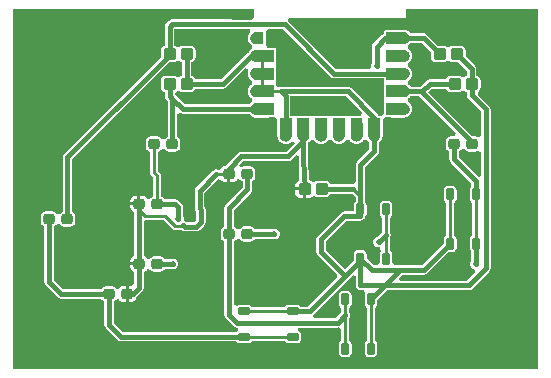
<source format=gtl>
G04*
G04 #@! TF.GenerationSoftware,Altium Limited,Altium Designer,25.4.2 (15)*
G04*
G04 Layer_Physical_Order=1*
G04 Layer_Color=255*
%FSLAX44Y44*%
%MOMM*%
G71*
G04*
G04 #@! TF.SameCoordinates,122F49FF-69CD-467C-8DFD-42ED72D14C47*
G04*
G04*
G04 #@! TF.FilePolarity,Positive*
G04*
G01*
G75*
%ADD12C,0.2540*%
G04:AMPARAMS|DCode=13|XSize=1mm|YSize=1.6mm|CornerRadius=0.25mm|HoleSize=0mm|Usage=FLASHONLY|Rotation=0.000|XOffset=0mm|YOffset=0mm|HoleType=Round|Shape=RoundedRectangle|*
%AMROUNDEDRECTD13*
21,1,1.0000,1.1000,0,0,0.0*
21,1,0.5000,1.6000,0,0,0.0*
1,1,0.5000,0.2500,-0.5500*
1,1,0.5000,-0.2500,-0.5500*
1,1,0.5000,-0.2500,0.5500*
1,1,0.5000,0.2500,0.5500*
%
%ADD13ROUNDEDRECTD13*%
G04:AMPARAMS|DCode=14|XSize=1.6mm|YSize=1mm|CornerRadius=0.25mm|HoleSize=0mm|Usage=FLASHONLY|Rotation=0.000|XOffset=0mm|YOffset=0mm|HoleType=Round|Shape=RoundedRectangle|*
%AMROUNDEDRECTD14*
21,1,1.6000,0.5000,0,0,0.0*
21,1,1.1000,1.0000,0,0,0.0*
1,1,0.5000,0.5500,-0.2500*
1,1,0.5000,-0.5500,-0.2500*
1,1,0.5000,-0.5500,0.2500*
1,1,0.5000,0.5500,0.2500*
%
%ADD14ROUNDEDRECTD14*%
G04:AMPARAMS|DCode=15|XSize=1mm|YSize=1.1mm|CornerRadius=0.25mm|HoleSize=0mm|Usage=FLASHONLY|Rotation=90.000|XOffset=0mm|YOffset=0mm|HoleType=Round|Shape=RoundedRectangle|*
%AMROUNDEDRECTD15*
21,1,1.0000,0.6000,0,0,90.0*
21,1,0.5000,1.1000,0,0,90.0*
1,1,0.5000,0.3000,0.2500*
1,1,0.5000,0.3000,-0.2500*
1,1,0.5000,-0.3000,-0.2500*
1,1,0.5000,-0.3000,0.2500*
%
%ADD15ROUNDEDRECTD15*%
G04:AMPARAMS|DCode=16|XSize=0.9mm|YSize=0.95mm|CornerRadius=0.225mm|HoleSize=0mm|Usage=FLASHONLY|Rotation=90.000|XOffset=0mm|YOffset=0mm|HoleType=Round|Shape=RoundedRectangle|*
%AMROUNDEDRECTD16*
21,1,0.9000,0.5000,0,0,90.0*
21,1,0.4500,0.9500,0,0,90.0*
1,1,0.4500,0.2500,0.2250*
1,1,0.4500,0.2500,-0.2250*
1,1,0.4500,-0.2500,-0.2250*
1,1,0.4500,-0.2500,0.2250*
%
%ADD16ROUNDEDRECTD16*%
G04:AMPARAMS|DCode=17|XSize=0.65mm|YSize=1.05mm|CornerRadius=0.1625mm|HoleSize=0mm|Usage=FLASHONLY|Rotation=0.000|XOffset=0mm|YOffset=0mm|HoleType=Round|Shape=RoundedRectangle|*
%AMROUNDEDRECTD17*
21,1,0.6500,0.7250,0,0,0.0*
21,1,0.3250,1.0500,0,0,0.0*
1,1,0.3250,0.1625,-0.3625*
1,1,0.3250,-0.1625,-0.3625*
1,1,0.3250,-0.1625,0.3625*
1,1,0.3250,0.1625,0.3625*
%
%ADD17ROUNDEDRECTD17*%
G04:AMPARAMS|DCode=18|XSize=0.65mm|YSize=1.05mm|CornerRadius=0.1625mm|HoleSize=0mm|Usage=FLASHONLY|Rotation=270.000|XOffset=0mm|YOffset=0mm|HoleType=Round|Shape=RoundedRectangle|*
%AMROUNDEDRECTD18*
21,1,0.6500,0.7250,0,0,270.0*
21,1,0.3250,1.0500,0,0,270.0*
1,1,0.3250,-0.3625,-0.1625*
1,1,0.3250,-0.3625,0.1625*
1,1,0.3250,0.3625,0.1625*
1,1,0.3250,0.3625,-0.1625*
%
%ADD18ROUNDEDRECTD18*%
G04:AMPARAMS|DCode=19|XSize=0.9mm|YSize=1mm|CornerRadius=0.225mm|HoleSize=0mm|Usage=FLASHONLY|Rotation=0.000|XOffset=0mm|YOffset=0mm|HoleType=Round|Shape=RoundedRectangle|*
%AMROUNDEDRECTD19*
21,1,0.9000,0.5500,0,0,0.0*
21,1,0.4500,1.0000,0,0,0.0*
1,1,0.4500,0.2250,-0.2750*
1,1,0.4500,-0.2250,-0.2750*
1,1,0.4500,-0.2250,0.2750*
1,1,0.4500,0.2250,0.2750*
%
%ADD19ROUNDEDRECTD19*%
%ADD25C,0.3810*%
%ADD26C,0.5080*%
G36*
X444500Y0D02*
X0D01*
Y304800D01*
X203661D01*
Y299050D01*
X203790Y298400D01*
X203794Y298208D01*
X202654Y295918D01*
X202598Y295860D01*
X186189D01*
X184912Y296114D01*
X134682D01*
X133146Y295809D01*
X131843Y294938D01*
X129611Y292707D01*
X128741Y291404D01*
X128436Y289868D01*
Y273619D01*
X127682Y273469D01*
X126182Y272467D01*
X125181Y270968D01*
X124829Y269200D01*
Y264200D01*
X124866Y264016D01*
X43012Y182162D01*
X42141Y180860D01*
X41836Y179324D01*
Y133315D01*
X41679Y133284D01*
X40263Y132337D01*
X39437Y131102D01*
X38100Y130953D01*
X36763Y131102D01*
X35937Y132337D01*
X34521Y133284D01*
X32850Y133616D01*
X27850D01*
X26179Y133284D01*
X24763Y132337D01*
X23816Y130921D01*
X23484Y129250D01*
Y124750D01*
X23816Y123079D01*
X24763Y121663D01*
X26179Y120716D01*
X26336Y120685D01*
Y73790D01*
X26641Y72254D01*
X27511Y70952D01*
X37802Y60662D01*
X39104Y59791D01*
X40640Y59486D01*
X74679D01*
X75563Y58163D01*
X76979Y57216D01*
X77136Y57185D01*
Y37640D01*
X77441Y36104D01*
X78312Y34802D01*
X88602Y24512D01*
X89904Y23642D01*
X91440Y23336D01*
X188723D01*
X188889Y23089D01*
X190098Y22280D01*
X191525Y21997D01*
X198775D01*
X200202Y22280D01*
X201412Y23089D01*
X202010Y23984D01*
X229790D01*
X230388Y23089D01*
X231598Y22280D01*
X233025Y21997D01*
X240275D01*
X241702Y22280D01*
X242911Y23089D01*
X243720Y24298D01*
X244003Y25725D01*
Y28975D01*
X243720Y30402D01*
X242911Y31612D01*
X241702Y32420D01*
X240989Y32562D01*
X241239Y35102D01*
X274828D01*
X275443Y35224D01*
X277599Y33903D01*
X277983Y33435D01*
Y24210D01*
X277089Y23612D01*
X276280Y22402D01*
X275997Y20975D01*
Y13725D01*
X276280Y12298D01*
X277089Y11089D01*
X278298Y10280D01*
X279725Y9997D01*
X282975D01*
X284402Y10280D01*
X285612Y11089D01*
X286420Y12298D01*
X286704Y13725D01*
Y20975D01*
X286420Y22402D01*
X285612Y23612D01*
X284717Y24210D01*
Y43590D01*
X285059Y44102D01*
X285364Y45638D01*
X285059Y47174D01*
X284717Y47686D01*
Y51990D01*
X285612Y52588D01*
X286420Y53798D01*
X286704Y55225D01*
Y62475D01*
X286420Y63902D01*
X285612Y65111D01*
X284402Y65920D01*
X282975Y66203D01*
X279725D01*
X278298Y65920D01*
X277089Y65111D01*
X276280Y63902D01*
X275997Y62475D01*
Y55225D01*
X276280Y53798D01*
X277089Y52588D01*
X277983Y51990D01*
Y47948D01*
X273165Y43130D01*
X254448D01*
X253678Y45670D01*
X254188Y46011D01*
X284108Y75931D01*
X284108Y75931D01*
X284108Y75931D01*
X287689Y79513D01*
X290036Y78541D01*
Y71374D01*
X290342Y69838D01*
X291212Y68536D01*
X291720Y68028D01*
X293022Y67157D01*
X294558Y66852D01*
X296929D01*
X297002Y66775D01*
X298054Y64312D01*
X297780Y63902D01*
X297496Y62475D01*
Y55225D01*
X297780Y53798D01*
X298588Y52588D01*
X299483Y51990D01*
Y24210D01*
X298588Y23612D01*
X297780Y22402D01*
X297496Y20975D01*
Y13725D01*
X297780Y12298D01*
X298588Y11089D01*
X299798Y10280D01*
X301225Y9997D01*
X304475D01*
X305902Y10280D01*
X307111Y11089D01*
X307920Y12298D01*
X308203Y13725D01*
Y20975D01*
X307920Y22402D01*
X307111Y23612D01*
X306217Y24210D01*
Y51990D01*
X307111Y52588D01*
X307920Y53798D01*
X308203Y55225D01*
Y58527D01*
X316529Y66852D01*
X386080D01*
X387616Y67157D01*
X388918Y68028D01*
X403142Y82252D01*
X404013Y83554D01*
X404318Y85090D01*
Y219710D01*
X404013Y221246D01*
X403142Y222548D01*
X393596Y232095D01*
X393510Y232459D01*
X394056Y235224D01*
X394518Y235533D01*
X395519Y237032D01*
X395871Y238800D01*
Y243800D01*
X395519Y245568D01*
X394518Y247067D01*
X393018Y248069D01*
X392264Y248219D01*
Y254000D01*
X391959Y255536D01*
X391089Y256838D01*
X383171Y264756D01*
Y269200D01*
X382819Y270968D01*
X381818Y272467D01*
X380318Y273469D01*
X378550Y273821D01*
X372550D01*
X370782Y273469D01*
X369283Y272467D01*
X367317D01*
X365818Y273469D01*
X364050Y273821D01*
X359606D01*
X350538Y282889D01*
X349236Y283759D01*
X347700Y284064D01*
X336553D01*
X336485Y284162D01*
X336446Y284201D01*
X336421Y284250D01*
X336262Y284458D01*
X336221Y284494D01*
X336194Y284542D01*
X336024Y284741D01*
X335981Y284775D01*
X335951Y284822D01*
X335771Y285012D01*
X335726Y285043D01*
X335694Y285088D01*
X335505Y285268D01*
X335458Y285298D01*
X335424Y285341D01*
X335225Y285511D01*
X335177Y285538D01*
X335141Y285579D01*
X334933Y285739D01*
X334883Y285763D01*
X334845Y285803D01*
X334629Y285951D01*
X334579Y285972D01*
X334538Y286010D01*
X334315Y286147D01*
X334264Y286166D01*
X334221Y286201D01*
X333991Y286326D01*
X333939Y286342D01*
X333895Y286375D01*
X333658Y286488D01*
X333605Y286501D01*
X333559Y286532D01*
X333317Y286632D01*
X333266Y286642D01*
X333001Y286819D01*
X331233Y287171D01*
X320233D01*
X319985Y287122D01*
X315733D01*
X314940Y286964D01*
X314268Y286515D01*
X313819Y285843D01*
X313661Y285050D01*
Y283806D01*
X313424Y283759D01*
X312122Y282889D01*
X305010Y275777D01*
X304139Y274474D01*
X303834Y272938D01*
Y259050D01*
X303276Y257703D01*
Y255885D01*
X301281Y254064D01*
X273329D01*
X232955Y294438D01*
X233095Y295463D01*
X233847Y296978D01*
X330733D01*
X331525Y297136D01*
X332198Y297585D01*
X332647Y298257D01*
X332804Y299050D01*
Y304800D01*
X444500D01*
Y0D01*
D02*
G37*
G36*
X330994Y285043D02*
X331255Y285023D01*
X331515Y284988D01*
X331772Y284941D01*
X332027Y284880D01*
X332278Y284805D01*
X332525Y284718D01*
X332766Y284618D01*
X333003Y284505D01*
X333233Y284380D01*
X333456Y284243D01*
X333672Y284095D01*
X333879Y283936D01*
X334078Y283766D01*
X334268Y283585D01*
X334448Y283396D01*
X334618Y283197D01*
X334778Y282989D01*
X334926Y282773D01*
X335063Y282550D01*
X335188Y282320D01*
X335300Y282084D01*
X335401Y281842D01*
X335488Y281595D01*
X335562Y281344D01*
X335624Y281090D01*
X335671Y280832D01*
X335705Y280573D01*
X335726Y280312D01*
X335733Y280050D01*
X335726Y279788D01*
X335705Y279527D01*
X335671Y279268D01*
X335624Y279010D01*
X335562Y278756D01*
X335488Y278505D01*
X335401Y278258D01*
X335300Y278016D01*
X335188Y277780D01*
X335063Y277550D01*
X334926Y277327D01*
X334778Y277111D01*
X334618Y276903D01*
X334448Y276704D01*
X334268Y276514D01*
X334078Y276334D01*
X333879Y276164D01*
X333672Y276005D01*
X333456Y275857D01*
X333233Y275720D01*
X333003Y275595D01*
X332766Y275482D01*
X332525Y275382D01*
X332278Y275295D01*
X332027Y275220D01*
X331772Y275159D01*
X331515Y275112D01*
X331255Y275077D01*
X330994Y275057D01*
X330733Y275050D01*
X315733D01*
Y285050D01*
X330733D01*
X330994Y285043D01*
D02*
G37*
G36*
X211733Y275050D02*
X205733D01*
X205471Y275057D01*
X205210Y275077D01*
X204951Y275112D01*
X204693Y275159D01*
X204439Y275220D01*
X204188Y275295D01*
X203941Y275382D01*
X203699Y275482D01*
X203463Y275595D01*
X203233Y275720D01*
X203009Y275857D01*
X202794Y276005D01*
X202586Y276164D01*
X202387Y276334D01*
X202197Y276514D01*
X202017Y276704D01*
X201847Y276903D01*
X201688Y277111D01*
X201539Y277327D01*
X201403Y277550D01*
X201278Y277780D01*
X201165Y278016D01*
X201065Y278258D01*
X200977Y278505D01*
X200903Y278756D01*
X200842Y279010D01*
X200794Y279268D01*
X200760Y279527D01*
X200740Y279788D01*
X200733Y280050D01*
X200740Y280312D01*
X200760Y280573D01*
X200794Y280832D01*
X200842Y281090D01*
X200903Y281344D01*
X200977Y281595D01*
X201065Y281842D01*
X201165Y282084D01*
X201278Y282320D01*
X201403Y282550D01*
X201539Y282773D01*
X201688Y282989D01*
X201847Y283197D01*
X202017Y283396D01*
X202197Y283585D01*
X202387Y283766D01*
X202586Y283936D01*
X202794Y284095D01*
X203009Y284243D01*
X203233Y284380D01*
X203463Y284505D01*
X203699Y284618D01*
X203941Y284718D01*
X204188Y284805D01*
X204439Y284880D01*
X204693Y284941D01*
X204951Y284988D01*
X205210Y285023D01*
X205471Y285043D01*
X205733Y285050D01*
X211733D01*
Y275050D01*
D02*
G37*
G36*
X330994Y270043D02*
X331255Y270023D01*
X331515Y269988D01*
X331772Y269941D01*
X332027Y269880D01*
X332278Y269805D01*
X332525Y269718D01*
X332766Y269618D01*
X333003Y269505D01*
X333233Y269380D01*
X333456Y269243D01*
X333672Y269095D01*
X333879Y268936D01*
X334078Y268766D01*
X334268Y268585D01*
X334448Y268396D01*
X334618Y268197D01*
X334778Y267989D01*
X334926Y267773D01*
X335063Y267550D01*
X335188Y267320D01*
X335300Y267084D01*
X335401Y266842D01*
X335488Y266595D01*
X335562Y266344D01*
X335624Y266090D01*
X335671Y265832D01*
X335705Y265573D01*
X335726Y265312D01*
X335733Y265050D01*
X335726Y264788D01*
X335705Y264527D01*
X335671Y264268D01*
X335624Y264010D01*
X335562Y263756D01*
X335488Y263505D01*
X335401Y263258D01*
X335300Y263016D01*
X335188Y262780D01*
X335063Y262550D01*
X334926Y262327D01*
X334778Y262111D01*
X334618Y261903D01*
X334448Y261704D01*
X334268Y261514D01*
X334078Y261334D01*
X333879Y261164D01*
X333672Y261005D01*
X333456Y260857D01*
X333233Y260720D01*
X333003Y260595D01*
X332766Y260482D01*
X332525Y260382D01*
X332278Y260295D01*
X332027Y260220D01*
X331772Y260159D01*
X331515Y260112D01*
X331255Y260077D01*
X330994Y260057D01*
X330733Y260050D01*
X315733D01*
Y270050D01*
X330733D01*
X330994Y270043D01*
D02*
G37*
G36*
X220733Y260050D02*
X205733D01*
X205471Y260057D01*
X205210Y260077D01*
X204951Y260112D01*
X204693Y260159D01*
X204439Y260220D01*
X204188Y260295D01*
X203941Y260382D01*
X203699Y260482D01*
X203463Y260595D01*
X203233Y260720D01*
X203009Y260857D01*
X202794Y261005D01*
X202586Y261164D01*
X202387Y261334D01*
X202197Y261514D01*
X202017Y261704D01*
X201847Y261903D01*
X201688Y262111D01*
X201539Y262327D01*
X201403Y262550D01*
X201278Y262780D01*
X201165Y263016D01*
X201065Y263258D01*
X200977Y263505D01*
X200903Y263756D01*
X200842Y264010D01*
X200794Y264268D01*
X200760Y264527D01*
X200740Y264788D01*
X200733Y265050D01*
X200740Y265312D01*
X200760Y265573D01*
X200794Y265832D01*
X200842Y266090D01*
X200903Y266344D01*
X200977Y266595D01*
X201065Y266842D01*
X201165Y267084D01*
X201278Y267320D01*
X201403Y267550D01*
X201539Y267773D01*
X201688Y267989D01*
X201847Y268197D01*
X202017Y268396D01*
X202197Y268585D01*
X202387Y268766D01*
X202586Y268936D01*
X202794Y269095D01*
X203009Y269243D01*
X203233Y269380D01*
X203463Y269505D01*
X203699Y269618D01*
X203941Y269718D01*
X204188Y269805D01*
X204439Y269880D01*
X204693Y269941D01*
X204951Y269988D01*
X205210Y270023D01*
X205471Y270043D01*
X205733Y270050D01*
X220733D01*
Y260050D01*
D02*
G37*
G36*
X353429Y268644D02*
Y264200D01*
X353781Y262432D01*
X354782Y260933D01*
X356282Y259931D01*
X358050Y259579D01*
X364050D01*
X365818Y259931D01*
X367317Y260933D01*
X369283D01*
X370782Y259931D01*
X372550Y259579D01*
X376994D01*
X384236Y252337D01*
Y248219D01*
X383482Y248069D01*
X381983Y247067D01*
X380017D01*
X378518Y248069D01*
X376750Y248421D01*
X370750D01*
X368982Y248069D01*
X367482Y247067D01*
X366481Y245568D01*
X366430Y245314D01*
X352706D01*
X351170Y245009D01*
X349868Y244138D01*
X344793Y239064D01*
X336553D01*
X336485Y239163D01*
X336446Y239201D01*
X336421Y239250D01*
X336262Y239458D01*
X336221Y239494D01*
X336194Y239542D01*
X336024Y239741D01*
X335981Y239775D01*
X335951Y239822D01*
X335771Y240012D01*
X335726Y240043D01*
X335695Y240088D01*
X335505Y240268D01*
X335458Y240298D01*
X335424Y240341D01*
X335225Y240511D01*
X335177Y240538D01*
X335141Y240579D01*
X334933Y240739D01*
X334883Y240763D01*
X334845Y240803D01*
X334629Y240951D01*
X334579Y240972D01*
X334538Y241010D01*
X334315Y241147D01*
X334131Y241588D01*
X333980Y242232D01*
X333951Y242550D01*
X333980Y242866D01*
X334131Y243513D01*
X334315Y243953D01*
X334538Y244090D01*
X334579Y244128D01*
X334629Y244149D01*
X334845Y244297D01*
X334883Y244337D01*
X334933Y244361D01*
X335141Y244521D01*
X335177Y244562D01*
X335225Y244589D01*
X335424Y244759D01*
X335458Y244802D01*
X335505Y244832D01*
X335694Y245012D01*
X335726Y245057D01*
X335771Y245088D01*
X335951Y245278D01*
X335981Y245325D01*
X336024Y245359D01*
X336194Y245558D01*
X336221Y245606D01*
X336262Y245642D01*
X336422Y245850D01*
X336446Y245899D01*
X336485Y245938D01*
X336633Y246153D01*
X336655Y246204D01*
X336693Y246244D01*
X336829Y246468D01*
X336848Y246519D01*
X336884Y246561D01*
X337008Y246791D01*
X337025Y246844D01*
X337058Y246888D01*
X337170Y247124D01*
X337184Y247178D01*
X337215Y247223D01*
X337315Y247465D01*
X337325Y247519D01*
X337354Y247567D01*
X337441Y247813D01*
X337449Y247868D01*
X337475Y247917D01*
X337549Y248167D01*
X337554Y248222D01*
X337577Y248272D01*
X337638Y248527D01*
X337640Y248582D01*
X337661Y248633D01*
X337708Y248890D01*
X337708Y248945D01*
X337725Y248997D01*
X337759Y249257D01*
X337756Y249312D01*
X337771Y249365D01*
X337791Y249626D01*
X337785Y249680D01*
X337797Y249734D01*
X337804Y249996D01*
X337794Y250050D01*
X337804Y250104D01*
X337797Y250366D01*
X337785Y250420D01*
X337791Y250474D01*
X337771Y250735D01*
X337756Y250788D01*
X337759Y250843D01*
X337725Y251103D01*
X337708Y251155D01*
X337708Y251210D01*
X337661Y251467D01*
X337640Y251518D01*
X337638Y251573D01*
X337577Y251828D01*
X337554Y251878D01*
X337549Y251933D01*
X337475Y252183D01*
X337449Y252232D01*
X337441Y252287D01*
X337354Y252533D01*
X337326Y252581D01*
X337315Y252635D01*
X337215Y252876D01*
X337184Y252922D01*
X337170Y252976D01*
X337058Y253212D01*
X337025Y253256D01*
X337008Y253309D01*
X336884Y253539D01*
X336848Y253581D01*
X336829Y253632D01*
X336693Y253856D01*
X336655Y253896D01*
X336633Y253947D01*
X336485Y254163D01*
X336446Y254201D01*
X336421Y254250D01*
X336262Y254458D01*
X336221Y254494D01*
X336194Y254542D01*
X336024Y254741D01*
X335981Y254775D01*
X335951Y254822D01*
X335771Y255012D01*
X335726Y255043D01*
X335694Y255088D01*
X335505Y255268D01*
X335458Y255298D01*
X335424Y255341D01*
X335225Y255511D01*
X335177Y255538D01*
X335141Y255579D01*
X334933Y255739D01*
X334883Y255763D01*
X334845Y255803D01*
X334629Y255951D01*
X334579Y255972D01*
X334538Y256010D01*
X334315Y256147D01*
X334131Y256588D01*
X333980Y257234D01*
X333951Y257550D01*
X333980Y257866D01*
X334131Y258512D01*
X334315Y258953D01*
X334538Y259090D01*
X334579Y259128D01*
X334629Y259149D01*
X334845Y259297D01*
X334883Y259337D01*
X334933Y259361D01*
X335141Y259521D01*
X335177Y259562D01*
X335225Y259589D01*
X335424Y259759D01*
X335458Y259802D01*
X335505Y259832D01*
X335695Y260012D01*
X335726Y260057D01*
X335771Y260088D01*
X335951Y260278D01*
X335981Y260325D01*
X336024Y260359D01*
X336194Y260558D01*
X336221Y260606D01*
X336262Y260642D01*
X336421Y260850D01*
X336446Y260899D01*
X336485Y260938D01*
X336633Y261153D01*
X336655Y261204D01*
X336693Y261245D01*
X336829Y261468D01*
X336848Y261519D01*
X336884Y261561D01*
X337008Y261791D01*
X337025Y261844D01*
X337058Y261888D01*
X337170Y262124D01*
X337184Y262178D01*
X337215Y262223D01*
X337315Y262465D01*
X337325Y262519D01*
X337354Y262567D01*
X337441Y262813D01*
X337449Y262868D01*
X337475Y262917D01*
X337549Y263167D01*
X337554Y263222D01*
X337577Y263272D01*
X337638Y263527D01*
X337640Y263582D01*
X337661Y263633D01*
X337708Y263890D01*
X337708Y263945D01*
X337725Y263997D01*
X337759Y264257D01*
X337756Y264312D01*
X337771Y264365D01*
X337791Y264626D01*
X337785Y264680D01*
X337797Y264734D01*
X337804Y264996D01*
X337794Y265050D01*
X337804Y265104D01*
X337797Y265366D01*
X337785Y265420D01*
X337791Y265474D01*
X337771Y265735D01*
X337756Y265788D01*
X337759Y265843D01*
X337725Y266103D01*
X337708Y266155D01*
X337708Y266210D01*
X337661Y266467D01*
X337640Y266518D01*
X337638Y266573D01*
X337577Y266828D01*
X337554Y266878D01*
X337549Y266933D01*
X337475Y267183D01*
X337449Y267232D01*
X337441Y267287D01*
X337354Y267533D01*
X337325Y267581D01*
X337315Y267635D01*
X337215Y267877D01*
X337184Y267922D01*
X337170Y267976D01*
X337058Y268212D01*
X337025Y268256D01*
X337008Y268309D01*
X336884Y268539D01*
X336848Y268581D01*
X336829Y268632D01*
X336693Y268856D01*
X336655Y268896D01*
X336633Y268947D01*
X336485Y269163D01*
X336446Y269201D01*
X336421Y269250D01*
X336262Y269458D01*
X336221Y269494D01*
X336194Y269542D01*
X336024Y269741D01*
X335981Y269775D01*
X335951Y269822D01*
X335771Y270012D01*
X335726Y270043D01*
X335694Y270088D01*
X335505Y270268D01*
X335458Y270298D01*
X335424Y270341D01*
X335225Y270511D01*
X335177Y270538D01*
X335141Y270579D01*
X334933Y270739D01*
X334883Y270763D01*
X334845Y270803D01*
X334629Y270951D01*
X334579Y270972D01*
X334538Y271010D01*
X334315Y271147D01*
X334131Y271587D01*
X333980Y272234D01*
X333951Y272550D01*
X333980Y272867D01*
X334131Y273512D01*
X334315Y273953D01*
X334538Y274090D01*
X334579Y274128D01*
X334629Y274149D01*
X334845Y274297D01*
X334883Y274337D01*
X334933Y274361D01*
X335141Y274521D01*
X335177Y274562D01*
X335225Y274589D01*
X335424Y274759D01*
X335458Y274802D01*
X335505Y274832D01*
X335695Y275012D01*
X335726Y275057D01*
X335771Y275088D01*
X335951Y275278D01*
X335981Y275325D01*
X336024Y275359D01*
X336194Y275558D01*
X336221Y275606D01*
X336262Y275642D01*
X336421Y275850D01*
X336446Y275899D01*
X336485Y275938D01*
X336553Y276036D01*
X346037D01*
X353429Y268644D01*
D02*
G37*
G36*
X142182Y259931D02*
X142936Y259781D01*
Y248219D01*
X142182Y248069D01*
X140683Y247067D01*
X138717D01*
X137218Y248069D01*
X135450Y248421D01*
X129450D01*
X127682Y248069D01*
X126182Y247067D01*
X125181Y245568D01*
X124829Y243800D01*
Y238800D01*
X125181Y237032D01*
X126182Y235533D01*
X127682Y234531D01*
X128436Y234381D01*
Y231140D01*
X128741Y229604D01*
X129611Y228302D01*
X130736Y227177D01*
Y196815D01*
X130579Y196784D01*
X129163Y195837D01*
X128337Y194602D01*
X127000Y194453D01*
X125663Y194602D01*
X124837Y195837D01*
X123421Y196784D01*
X121750Y197116D01*
X116750D01*
X115079Y196784D01*
X113663Y195837D01*
X112716Y194421D01*
X112384Y192750D01*
Y188250D01*
X112716Y186579D01*
X113663Y185163D01*
X115079Y184216D01*
X115883Y184056D01*
Y166376D01*
X116139Y165088D01*
X116869Y163995D01*
X118683Y162181D01*
Y146144D01*
X117879Y145984D01*
X116463Y145037D01*
X116017Y144369D01*
X115250Y144198D01*
X113507Y144269D01*
X113194Y144369D01*
X112503Y145403D01*
X110919Y146462D01*
X109050Y146834D01*
X107820D01*
Y139700D01*
X106550D01*
Y138430D01*
X99166D01*
Y137450D01*
X99538Y135581D01*
X100597Y133997D01*
X102181Y132938D01*
X102536Y132867D01*
Y114799D01*
X102412Y114176D01*
Y95708D01*
X102181Y95662D01*
X100597Y94603D01*
X99538Y93019D01*
X99166Y91150D01*
Y90170D01*
X106550D01*
Y87630D01*
X99166D01*
Y86650D01*
X99538Y84781D01*
X100597Y83197D01*
X102181Y82138D01*
X102536Y82067D01*
Y72304D01*
X102210Y71865D01*
X99996Y70466D01*
X99150Y70634D01*
X97920D01*
Y63500D01*
Y56366D01*
X99150D01*
X101019Y56738D01*
X102604Y57797D01*
X103662Y59381D01*
X103857Y60360D01*
X104308Y60662D01*
X109388Y65742D01*
X110259Y67044D01*
X110564Y68580D01*
Y82067D01*
X110919Y82138D01*
X112503Y83197D01*
X113194Y84231D01*
X113507Y84331D01*
X115250Y84403D01*
X116017Y84231D01*
X116463Y83563D01*
X117879Y82616D01*
X119550Y82284D01*
X124550D01*
X126221Y82616D01*
X127637Y83563D01*
X128521Y84886D01*
X132872D01*
X134219Y84328D01*
X136037D01*
X137718Y85024D01*
X139004Y86310D01*
X139700Y87991D01*
Y89809D01*
X139004Y91490D01*
X137718Y92776D01*
X136037Y93472D01*
X134219D01*
X132872Y92914D01*
X128521D01*
X127637Y94237D01*
X126221Y95184D01*
X124550Y95516D01*
X119550D01*
X117879Y95184D01*
X116463Y94237D01*
X116017Y93569D01*
X115250Y93398D01*
X113507Y93469D01*
X113194Y93569D01*
X112503Y94603D01*
X110919Y95662D01*
X110440Y95757D01*
Y113677D01*
X110564Y114300D01*
Y125220D01*
X111605Y126074D01*
X127603D01*
X134900Y118777D01*
X135992Y118048D01*
X137280Y117791D01*
X142272D01*
X142379Y117685D01*
X143681Y116814D01*
X145217Y116509D01*
X155083D01*
X156619Y116814D01*
X157921Y117685D01*
X161715Y121479D01*
X162586Y122781D01*
X162891Y124317D01*
Y135021D01*
X162586Y136557D01*
X161893Y137594D01*
Y149358D01*
X173209Y160674D01*
X173827Y160749D01*
X176206Y160280D01*
X176796Y159397D01*
X178381Y158338D01*
X180250Y157966D01*
X181480D01*
Y165100D01*
X184020D01*
Y157966D01*
X185250D01*
X187119Y158338D01*
X188703Y159397D01*
X189394Y160431D01*
X189707Y160531D01*
X191450Y160602D01*
X192217Y160431D01*
X192663Y159763D01*
X194079Y158816D01*
X194236Y158785D01*
Y153809D01*
X179911Y139484D01*
X179041Y138182D01*
X178736Y136646D01*
Y120615D01*
X178579Y120584D01*
X177163Y119637D01*
X176216Y118221D01*
X175884Y116550D01*
Y112050D01*
X176216Y110379D01*
X177163Y108963D01*
X178579Y108016D01*
X178736Y107985D01*
Y45596D01*
X179041Y44060D01*
X179911Y42758D01*
X186392Y36278D01*
X187694Y35407D01*
X189230Y35102D01*
X190561D01*
X190811Y32562D01*
X190098Y32420D01*
X188889Y31612D01*
X188723Y31364D01*
X93103D01*
X85164Y39303D01*
Y57185D01*
X85321Y57216D01*
X86737Y58163D01*
X87183Y58831D01*
X87950Y59002D01*
X89693Y58931D01*
X90006Y58831D01*
X90697Y57797D01*
X92281Y56738D01*
X94150Y56366D01*
X95380D01*
Y63500D01*
Y70634D01*
X94150D01*
X92281Y70262D01*
X90697Y69203D01*
X90006Y68169D01*
X89693Y68069D01*
X87950Y67997D01*
X87183Y68169D01*
X86737Y68837D01*
X85321Y69784D01*
X83650Y70116D01*
X78650D01*
X76979Y69784D01*
X75563Y68837D01*
X74679Y67514D01*
X42303D01*
X34364Y75453D01*
Y120685D01*
X34521Y120716D01*
X35937Y121663D01*
X36763Y122898D01*
X38100Y123047D01*
X39437Y122898D01*
X40263Y121663D01*
X41679Y120716D01*
X43350Y120384D01*
X48350D01*
X50021Y120716D01*
X51437Y121663D01*
X52384Y123079D01*
X52716Y124750D01*
Y129250D01*
X52384Y130921D01*
X51437Y132337D01*
X50021Y133284D01*
X49864Y133315D01*
Y177661D01*
X131782Y259579D01*
X135450D01*
X137218Y259931D01*
X138717Y260933D01*
X140683D01*
X142182Y259931D01*
D02*
G37*
G36*
X185166Y287832D02*
X200140D01*
X200336Y287563D01*
X200509Y286928D01*
X200694Y285012D01*
X200514Y284822D01*
X200485Y284775D01*
X200442Y284741D01*
X200272Y284542D01*
X200245Y284494D01*
X200203Y284458D01*
X200044Y284250D01*
X200020Y284201D01*
X199980Y284162D01*
X199832Y283947D01*
X199810Y283896D01*
X199773Y283856D01*
X199636Y283632D01*
X199617Y283581D01*
X199582Y283539D01*
X199457Y283309D01*
X199441Y283256D01*
X199408Y283212D01*
X199295Y282976D01*
X199282Y282922D01*
X199251Y282877D01*
X199151Y282635D01*
X199140Y282581D01*
X199112Y282533D01*
X199024Y282287D01*
X199016Y282232D01*
X198991Y282183D01*
X198917Y281933D01*
X198912Y281878D01*
X198888Y281828D01*
X198827Y281573D01*
X198825Y281518D01*
X198805Y281467D01*
X198757Y281210D01*
X198758Y281155D01*
X198740Y281103D01*
X198706Y280843D01*
X198710Y280788D01*
X198695Y280735D01*
X198674Y280474D01*
X198681Y280420D01*
X198668Y280366D01*
X198662Y280104D01*
X198671Y280050D01*
X198662Y279996D01*
X198668Y279734D01*
X198681Y279680D01*
X198674Y279626D01*
X198695Y279365D01*
X198710Y279312D01*
X198706Y279257D01*
X198740Y278997D01*
X198758Y278945D01*
X198757Y278890D01*
X198805Y278633D01*
X198825Y278582D01*
X198827Y278527D01*
X198888Y278272D01*
X198912Y278222D01*
X198917Y278167D01*
X198991Y277917D01*
X199016Y277868D01*
X199024Y277813D01*
X199112Y277567D01*
X199140Y277519D01*
X199151Y277465D01*
X199251Y277223D01*
X199281Y277178D01*
X199295Y277124D01*
X199408Y276888D01*
X199441Y276844D01*
X199457Y276791D01*
X199582Y276561D01*
X199617Y276519D01*
X199636Y276468D01*
X199773Y276245D01*
X199810Y276204D01*
X199832Y276153D01*
X199980Y275938D01*
X200020Y275899D01*
X200044Y275850D01*
X200203Y275642D01*
X200245Y275606D01*
X200271Y275558D01*
X200441Y275359D01*
X200485Y275325D01*
X200514Y275278D01*
X200694Y275088D01*
X200739Y275057D01*
X200771Y275012D01*
X200961Y274832D01*
X201007Y274802D01*
X201042Y274759D01*
X201241Y274589D01*
X201289Y274562D01*
X201325Y274521D01*
X201532Y274361D01*
X201582Y274337D01*
X201620Y274297D01*
X201836Y274149D01*
X201887Y274128D01*
X201927Y274090D01*
X202150Y273953D01*
X202335Y273512D01*
X202485Y272868D01*
X202520Y272493D01*
X202354Y271714D01*
X202150Y271147D01*
X201927Y271010D01*
X201887Y270972D01*
X201836Y270951D01*
X201620Y270803D01*
X201582Y270763D01*
X201532Y270739D01*
X201325Y270579D01*
X201289Y270538D01*
X201241Y270511D01*
X201042Y270341D01*
X201007Y270298D01*
X200961Y270268D01*
X200771Y270088D01*
X200739Y270043D01*
X200694Y270012D01*
X200514Y269822D01*
X200485Y269775D01*
X200442Y269741D01*
X200272Y269542D01*
X200245Y269494D01*
X200203Y269458D01*
X200044Y269250D01*
X200020Y269201D01*
X199980Y269163D01*
X199832Y268947D01*
X199810Y268896D01*
X199773Y268856D01*
X199636Y268632D01*
X199617Y268581D01*
X199582Y268539D01*
X199523Y268431D01*
X198712Y267888D01*
X176137Y245314D01*
X154270D01*
X154219Y245568D01*
X153218Y247067D01*
X151719Y248069D01*
X150964Y248219D01*
Y259781D01*
X151719Y259931D01*
X153218Y260933D01*
X154219Y262432D01*
X154571Y264200D01*
Y269200D01*
X154219Y270968D01*
X153218Y272467D01*
X151719Y273469D01*
X149950Y273821D01*
X143950D01*
X142182Y273469D01*
X140683Y272467D01*
X138717D01*
X137218Y273469D01*
X136464Y273619D01*
Y288086D01*
X183889D01*
X185166Y287832D01*
D02*
G37*
G36*
X330994Y255043D02*
X331255Y255023D01*
X331515Y254988D01*
X331772Y254941D01*
X332027Y254880D01*
X332278Y254805D01*
X332525Y254718D01*
X332766Y254618D01*
X333003Y254505D01*
X333233Y254380D01*
X333456Y254243D01*
X333672Y254095D01*
X333879Y253936D01*
X334078Y253766D01*
X334268Y253585D01*
X334448Y253396D01*
X334618Y253197D01*
X334778Y252989D01*
X334926Y252773D01*
X335063Y252550D01*
X335188Y252320D01*
X335300Y252084D01*
X335401Y251842D01*
X335488Y251595D01*
X335562Y251344D01*
X335624Y251090D01*
X335671Y250832D01*
X335705Y250573D01*
X335726Y250312D01*
X335733Y250050D01*
X335726Y249788D01*
X335705Y249527D01*
X335671Y249268D01*
X335624Y249010D01*
X335562Y248756D01*
X335488Y248505D01*
X335401Y248258D01*
X335300Y248016D01*
X335188Y247780D01*
X335063Y247550D01*
X334926Y247327D01*
X334778Y247111D01*
X334618Y246903D01*
X334448Y246704D01*
X334268Y246514D01*
X334078Y246334D01*
X333879Y246164D01*
X333672Y246005D01*
X333456Y245857D01*
X333233Y245720D01*
X333003Y245595D01*
X332766Y245482D01*
X332525Y245382D01*
X332278Y245295D01*
X332027Y245220D01*
X331772Y245159D01*
X331515Y245112D01*
X331255Y245077D01*
X330994Y245057D01*
X330733Y245050D01*
X315733D01*
Y255050D01*
X330733D01*
X330994Y255043D01*
D02*
G37*
G36*
X220733Y245050D02*
X205733D01*
X205471Y245057D01*
X205210Y245077D01*
X204951Y245112D01*
X204693Y245159D01*
X204439Y245220D01*
X204188Y245295D01*
X203941Y245382D01*
X203699Y245482D01*
X203463Y245595D01*
X203233Y245720D01*
X203009Y245857D01*
X202794Y246005D01*
X202586Y246164D01*
X202387Y246334D01*
X202197Y246514D01*
X202017Y246704D01*
X201847Y246903D01*
X201688Y247111D01*
X201539Y247327D01*
X201403Y247550D01*
X201278Y247780D01*
X201165Y248016D01*
X201065Y248258D01*
X200977Y248505D01*
X200903Y248756D01*
X200842Y249010D01*
X200794Y249268D01*
X200760Y249527D01*
X200740Y249788D01*
X200733Y250050D01*
X200740Y250312D01*
X200760Y250573D01*
X200794Y250832D01*
X200842Y251090D01*
X200903Y251344D01*
X200977Y251595D01*
X201065Y251842D01*
X201165Y252084D01*
X201278Y252320D01*
X201403Y252550D01*
X201539Y252773D01*
X201688Y252989D01*
X201847Y253197D01*
X202017Y253396D01*
X202197Y253585D01*
X202387Y253766D01*
X202586Y253936D01*
X202794Y254095D01*
X203009Y254243D01*
X203233Y254380D01*
X203463Y254505D01*
X203699Y254618D01*
X203941Y254718D01*
X204188Y254805D01*
X204439Y254880D01*
X204693Y254941D01*
X204951Y254988D01*
X205210Y255023D01*
X205471Y255043D01*
X205733Y255050D01*
X220733D01*
Y245050D01*
D02*
G37*
G36*
X198237Y254352D02*
X198256Y254326D01*
X198630Y253618D01*
X199025Y252287D01*
X199017Y252232D01*
X198991Y252183D01*
X198917Y251933D01*
X198912Y251878D01*
X198888Y251828D01*
X198827Y251573D01*
X198825Y251518D01*
X198805Y251467D01*
X198757Y251210D01*
X198758Y251155D01*
X198740Y251103D01*
X198706Y250843D01*
X198710Y250788D01*
X198695Y250735D01*
X198674Y250474D01*
X198681Y250420D01*
X198668Y250366D01*
X198662Y250104D01*
X198671Y250050D01*
X198662Y249996D01*
X198668Y249734D01*
X198681Y249681D01*
X198674Y249626D01*
X198695Y249365D01*
X198710Y249312D01*
X198706Y249257D01*
X198740Y248997D01*
X198758Y248945D01*
X198757Y248890D01*
X198805Y248633D01*
X198825Y248582D01*
X198827Y248527D01*
X198888Y248272D01*
X198912Y248222D01*
X198917Y248167D01*
X198991Y247917D01*
X199017Y247868D01*
X199025Y247813D01*
X199112Y247567D01*
X199140Y247519D01*
X199151Y247465D01*
X199251Y247223D01*
X199281Y247178D01*
X199295Y247124D01*
X199408Y246888D01*
X199441Y246844D01*
X199457Y246791D01*
X199582Y246561D01*
X199617Y246519D01*
X199636Y246468D01*
X199773Y246244D01*
X199810Y246204D01*
X199832Y246153D01*
X199980Y245938D01*
X200020Y245899D01*
X200044Y245850D01*
X200203Y245642D01*
X200245Y245606D01*
X200272Y245558D01*
X200442Y245359D01*
X200485Y245325D01*
X200514Y245278D01*
X200694Y245088D01*
X200739Y245057D01*
X200771Y245012D01*
X200961Y244832D01*
X201007Y244802D01*
X201042Y244759D01*
X201241Y244589D01*
X201289Y244562D01*
X201325Y244521D01*
X201532Y244361D01*
X201582Y244337D01*
X201620Y244297D01*
X201836Y244149D01*
X201887Y244128D01*
X201927Y244090D01*
X202150Y243953D01*
X202334Y243513D01*
X202485Y242866D01*
X202515Y242550D01*
X202485Y242232D01*
X202335Y241588D01*
X202150Y241147D01*
X201927Y241010D01*
X201887Y240972D01*
X201836Y240951D01*
X201620Y240803D01*
X201582Y240763D01*
X201532Y240739D01*
X201325Y240579D01*
X201289Y240538D01*
X201241Y240511D01*
X201042Y240341D01*
X201007Y240298D01*
X200961Y240268D01*
X200771Y240088D01*
X200739Y240043D01*
X200694Y240012D01*
X200514Y239822D01*
X200485Y239775D01*
X200441Y239741D01*
X200271Y239542D01*
X200245Y239494D01*
X200203Y239458D01*
X200044Y239250D01*
X200020Y239201D01*
X199980Y239163D01*
X199832Y238947D01*
X199810Y238896D01*
X199773Y238855D01*
X199636Y238632D01*
X199617Y238581D01*
X199582Y238539D01*
X199457Y238309D01*
X199441Y238256D01*
X199408Y238212D01*
X199295Y237976D01*
X199282Y237922D01*
X199251Y237876D01*
X199151Y237635D01*
X199140Y237581D01*
X199112Y237533D01*
X199024Y237287D01*
X199016Y237232D01*
X198991Y237183D01*
X198917Y236933D01*
X198912Y236878D01*
X198888Y236828D01*
X198827Y236573D01*
X198825Y236518D01*
X198805Y236467D01*
X198757Y236210D01*
X198758Y236155D01*
X198740Y236103D01*
X198706Y235843D01*
X198710Y235788D01*
X198695Y235735D01*
X198674Y235474D01*
X198681Y235420D01*
X198668Y235366D01*
X198662Y235104D01*
X198671Y235050D01*
X198662Y234996D01*
X198668Y234734D01*
X198681Y234681D01*
X198674Y234626D01*
X198695Y234365D01*
X198710Y234312D01*
X198706Y234257D01*
X198740Y233997D01*
X198758Y233945D01*
X198757Y233890D01*
X198805Y233633D01*
X198825Y233582D01*
X198827Y233527D01*
X198888Y233272D01*
X198912Y233222D01*
X198917Y233167D01*
X198991Y232917D01*
X199016Y232868D01*
X199024Y232813D01*
X199112Y232567D01*
X199140Y232519D01*
X199151Y232465D01*
X199251Y232223D01*
X199281Y232178D01*
X199295Y232124D01*
X199408Y231888D01*
X199441Y231844D01*
X199457Y231791D01*
X199582Y231561D01*
X199617Y231519D01*
X199636Y231468D01*
X199773Y231244D01*
X199810Y231204D01*
X199832Y231153D01*
X199980Y230938D01*
X200020Y230899D01*
X200044Y230850D01*
X200203Y230642D01*
X200245Y230606D01*
X200272Y230558D01*
X200442Y230359D01*
X200485Y230325D01*
X200514Y230278D01*
X200694Y230088D01*
X200739Y230057D01*
X200771Y230012D01*
X200961Y229832D01*
X201007Y229802D01*
X201042Y229759D01*
X201241Y229589D01*
X201289Y229562D01*
X201325Y229521D01*
X201532Y229361D01*
X201582Y229337D01*
X201620Y229297D01*
X201836Y229149D01*
X201887Y229128D01*
X201927Y229090D01*
X202150Y228953D01*
X202334Y228513D01*
X202485Y227866D01*
X202515Y227550D01*
X202485Y227234D01*
X202335Y226588D01*
X202150Y226147D01*
X201927Y226010D01*
X201887Y225972D01*
X201836Y225951D01*
X201620Y225802D01*
X201582Y225763D01*
X201533Y225739D01*
X201325Y225579D01*
X201289Y225538D01*
X201241Y225511D01*
X201042Y225341D01*
X201007Y225298D01*
X200961Y225268D01*
X200771Y225088D01*
X200739Y225043D01*
X200694Y225012D01*
X200514Y224822D01*
X200485Y224775D01*
X200441Y224741D01*
X200271Y224542D01*
X200245Y224494D01*
X200203Y224458D01*
X200044Y224250D01*
X200020Y224201D01*
X199980Y224162D01*
X199913Y224064D01*
X145203D01*
X137308Y231959D01*
X137278Y232807D01*
X137680Y234839D01*
X138717Y235533D01*
X140683D01*
X142182Y234531D01*
X143950Y234179D01*
X149950D01*
X151719Y234531D01*
X153218Y235533D01*
X154219Y237032D01*
X154270Y237286D01*
X177800D01*
X179336Y237591D01*
X180638Y238462D01*
X196820Y254643D01*
X198237Y254352D01*
D02*
G37*
G36*
X330994Y240043D02*
X331255Y240023D01*
X331515Y239988D01*
X331772Y239941D01*
X332027Y239880D01*
X332278Y239805D01*
X332525Y239718D01*
X332766Y239618D01*
X333003Y239505D01*
X333233Y239380D01*
X333456Y239243D01*
X333672Y239095D01*
X333879Y238936D01*
X334078Y238766D01*
X334268Y238585D01*
X334448Y238396D01*
X334618Y238197D01*
X334778Y237989D01*
X334926Y237773D01*
X335063Y237550D01*
X335188Y237320D01*
X335300Y237084D01*
X335401Y236842D01*
X335488Y236595D01*
X335562Y236344D01*
X335624Y236090D01*
X335671Y235832D01*
X335705Y235573D01*
X335726Y235312D01*
X335733Y235050D01*
X335726Y234788D01*
X335705Y234527D01*
X335671Y234268D01*
X335624Y234011D01*
X335562Y233756D01*
X335488Y233505D01*
X335401Y233258D01*
X335300Y233016D01*
X335188Y232780D01*
X335063Y232550D01*
X334926Y232327D01*
X334778Y232111D01*
X334618Y231903D01*
X334448Y231704D01*
X334268Y231514D01*
X334078Y231334D01*
X333879Y231164D01*
X333672Y231005D01*
X333456Y230857D01*
X333233Y230720D01*
X333003Y230595D01*
X332766Y230482D01*
X332525Y230382D01*
X332278Y230295D01*
X332027Y230220D01*
X331772Y230159D01*
X331515Y230112D01*
X331255Y230077D01*
X330994Y230057D01*
X330733Y230050D01*
X315733D01*
Y240050D01*
X330733D01*
X330994Y240043D01*
D02*
G37*
G36*
X220733Y230050D02*
X205733D01*
X205471Y230057D01*
X205210Y230077D01*
X204951Y230112D01*
X204693Y230159D01*
X204439Y230220D01*
X204188Y230295D01*
X203941Y230382D01*
X203699Y230482D01*
X203463Y230595D01*
X203233Y230720D01*
X203009Y230857D01*
X202794Y231005D01*
X202586Y231164D01*
X202387Y231334D01*
X202197Y231514D01*
X202017Y231704D01*
X201847Y231903D01*
X201688Y232111D01*
X201539Y232327D01*
X201403Y232550D01*
X201278Y232780D01*
X201165Y233016D01*
X201065Y233258D01*
X200977Y233505D01*
X200903Y233756D01*
X200842Y234011D01*
X200794Y234268D01*
X200760Y234527D01*
X200740Y234788D01*
X200733Y235050D01*
X200740Y235312D01*
X200760Y235573D01*
X200794Y235832D01*
X200842Y236090D01*
X200903Y236344D01*
X200977Y236595D01*
X201065Y236842D01*
X201165Y237084D01*
X201278Y237320D01*
X201403Y237550D01*
X201539Y237773D01*
X201688Y237989D01*
X201847Y238197D01*
X202017Y238396D01*
X202197Y238585D01*
X202387Y238766D01*
X202586Y238936D01*
X202794Y239095D01*
X203009Y239243D01*
X203233Y239380D01*
X203463Y239505D01*
X203699Y239618D01*
X203941Y239718D01*
X204188Y239805D01*
X204439Y239880D01*
X204693Y239941D01*
X204951Y239988D01*
X205210Y240023D01*
X205471Y240043D01*
X205733Y240050D01*
X220733D01*
Y230050D01*
D02*
G37*
G36*
X330994Y225043D02*
X331255Y225023D01*
X331515Y224988D01*
X331772Y224941D01*
X332027Y224880D01*
X332278Y224805D01*
X332525Y224718D01*
X332766Y224618D01*
X333003Y224505D01*
X333233Y224380D01*
X333456Y224243D01*
X333672Y224095D01*
X333879Y223936D01*
X334078Y223766D01*
X334268Y223585D01*
X334448Y223396D01*
X334618Y223197D01*
X334778Y222989D01*
X334926Y222773D01*
X335063Y222550D01*
X335188Y222320D01*
X335300Y222084D01*
X335401Y221842D01*
X335488Y221595D01*
X335562Y221344D01*
X335624Y221090D01*
X335671Y220832D01*
X335705Y220573D01*
X335726Y220312D01*
X335733Y220050D01*
X335726Y219788D01*
X335705Y219527D01*
X335671Y219268D01*
X335624Y219011D01*
X335562Y218756D01*
X335488Y218505D01*
X335401Y218258D01*
X335300Y218016D01*
X335188Y217780D01*
X335063Y217550D01*
X334926Y217327D01*
X334778Y217111D01*
X334618Y216903D01*
X334448Y216704D01*
X334268Y216514D01*
X334078Y216334D01*
X333879Y216164D01*
X333672Y216005D01*
X333456Y215857D01*
X333233Y215720D01*
X333003Y215595D01*
X332766Y215482D01*
X332525Y215382D01*
X332278Y215295D01*
X332027Y215220D01*
X331772Y215159D01*
X331515Y215112D01*
X331255Y215077D01*
X330994Y215057D01*
X330733Y215050D01*
X315733D01*
Y225050D01*
X330733D01*
X330994Y225043D01*
D02*
G37*
G36*
X220733Y215050D02*
X205733D01*
X205471Y215057D01*
X205210Y215077D01*
X204951Y215112D01*
X204693Y215159D01*
X204439Y215220D01*
X204188Y215295D01*
X203941Y215382D01*
X203699Y215482D01*
X203463Y215595D01*
X203233Y215720D01*
X203009Y215857D01*
X202794Y216005D01*
X202586Y216164D01*
X202387Y216334D01*
X202197Y216514D01*
X202017Y216704D01*
X201847Y216903D01*
X201688Y217111D01*
X201539Y217327D01*
X201403Y217550D01*
X201278Y217780D01*
X201165Y218016D01*
X201065Y218258D01*
X200977Y218505D01*
X200903Y218756D01*
X200842Y219011D01*
X200794Y219268D01*
X200760Y219527D01*
X200740Y219788D01*
X200733Y220050D01*
X200740Y220312D01*
X200760Y220573D01*
X200794Y220832D01*
X200842Y221090D01*
X200903Y221344D01*
X200977Y221595D01*
X201065Y221842D01*
X201165Y222084D01*
X201278Y222320D01*
X201403Y222550D01*
X201539Y222773D01*
X201688Y222989D01*
X201847Y223197D01*
X202017Y223396D01*
X202197Y223585D01*
X202387Y223766D01*
X202586Y223936D01*
X202794Y224095D01*
X203009Y224243D01*
X203233Y224380D01*
X203463Y224505D01*
X203699Y224618D01*
X203941Y224718D01*
X204188Y224805D01*
X204439Y224880D01*
X204693Y224941D01*
X204951Y224988D01*
X205210Y225023D01*
X205471Y225043D01*
X205733Y225050D01*
X220733D01*
Y215050D01*
D02*
G37*
G36*
X268828Y247211D02*
X270130Y246341D01*
X271666Y246036D01*
X313661D01*
Y245050D01*
X313819Y244257D01*
X313920Y244105D01*
X314268Y243375D01*
Y241725D01*
X313920Y240995D01*
X313819Y240843D01*
X313661Y240050D01*
Y230050D01*
X313819Y229257D01*
X313891Y229148D01*
X314268Y228364D01*
Y226736D01*
X313891Y225952D01*
X313819Y225843D01*
X313661Y225050D01*
Y216049D01*
X312188Y214956D01*
X311561Y214614D01*
X311174Y214534D01*
X310733Y214622D01*
X309171D01*
X308571Y215520D01*
X286202Y237889D01*
X284900Y238759D01*
X283364Y239064D01*
X226822D01*
X225286Y238759D01*
X222805Y239692D01*
Y240050D01*
X222647Y240843D01*
X222545Y240995D01*
X222198Y241725D01*
Y243375D01*
X222545Y244105D01*
X222647Y244257D01*
X222805Y245050D01*
Y255050D01*
X222647Y255843D01*
X222545Y255995D01*
X222198Y256725D01*
Y258375D01*
X222545Y259105D01*
X222647Y259257D01*
X222805Y260050D01*
Y270050D01*
X222647Y270843D01*
X222198Y271515D01*
X221525Y271964D01*
X220733Y272122D01*
X216479D01*
X216233Y272171D01*
X215305D01*
X214623Y273029D01*
X213737Y274711D01*
X213804Y275050D01*
Y277080D01*
X213848Y277300D01*
Y282800D01*
X213804Y283021D01*
Y285050D01*
X213756Y285292D01*
X214748Y287112D01*
X215373Y287832D01*
X228207D01*
X268828Y247211D01*
D02*
G37*
G36*
X295575Y217162D02*
X294523Y214622D01*
X285733D01*
X284940Y214464D01*
X284831Y214391D01*
X284047Y214015D01*
X282418D01*
X281635Y214391D01*
X281525Y214464D01*
X280733Y214622D01*
X270733D01*
X269940Y214464D01*
X269831Y214391D01*
X269047Y214015D01*
X267418D01*
X266635Y214391D01*
X266526Y214464D01*
X265733Y214622D01*
X255733D01*
X254940Y214464D01*
X254831Y214391D01*
X254047Y214015D01*
X252418D01*
X251635Y214391D01*
X251526Y214464D01*
X250733Y214622D01*
X240733D01*
X239940Y214464D01*
X239788Y214363D01*
X239058Y214015D01*
X237407D01*
X236678Y214363D01*
X236525Y214464D01*
X235733Y214622D01*
X234747D01*
Y231036D01*
X281701D01*
X295575Y217162D01*
D02*
G37*
G36*
X375019Y199656D02*
X373967Y197116D01*
X370750D01*
X369079Y196784D01*
X367663Y195837D01*
X366716Y194421D01*
X366384Y192750D01*
Y188250D01*
X366716Y186579D01*
X367663Y185163D01*
X369079Y184216D01*
X369236Y184185D01*
Y177504D01*
X369541Y175968D01*
X370411Y174665D01*
X387736Y157341D01*
Y154177D01*
X387488Y154011D01*
X386680Y152802D01*
X386396Y151375D01*
Y144125D01*
X386680Y142698D01*
X387488Y141488D01*
X388383Y140890D01*
Y113110D01*
X387488Y112512D01*
X386680Y111302D01*
X386396Y109875D01*
Y102625D01*
X386680Y101198D01*
X387488Y99989D01*
X387736Y99823D01*
Y91156D01*
X387178Y89809D01*
Y87991D01*
X387874Y86310D01*
X389160Y85024D01*
X390439Y84494D01*
X391104Y82946D01*
X391325Y81788D01*
X384417Y74880D01*
X327876D01*
X326904Y77227D01*
X329483Y79806D01*
X347820D01*
X349356Y80111D01*
X350658Y80982D01*
X368582Y98905D01*
X368625Y98897D01*
X371875D01*
X373302Y99180D01*
X374512Y99989D01*
X375320Y101198D01*
X375604Y102625D01*
Y109875D01*
X375320Y111302D01*
X374512Y112512D01*
X373617Y113110D01*
Y140890D01*
X374512Y141488D01*
X375320Y142698D01*
X375604Y144125D01*
Y151375D01*
X375320Y152802D01*
X374512Y154011D01*
X373302Y154820D01*
X371875Y155103D01*
X368625D01*
X367198Y154820D01*
X365989Y154011D01*
X365180Y152802D01*
X364897Y151375D01*
Y144125D01*
X365180Y142698D01*
X365989Y141488D01*
X366884Y140890D01*
Y113110D01*
X365989Y112512D01*
X365180Y111302D01*
X364897Y109875D01*
Y106573D01*
X346157Y87834D01*
X322998D01*
X320903Y89925D01*
Y97175D01*
X320620Y98602D01*
X319811Y99812D01*
X318916Y100410D01*
Y111572D01*
X319258Y112084D01*
X319564Y113620D01*
X319258Y115156D01*
X318916Y115668D01*
Y128190D01*
X319811Y128788D01*
X320620Y129998D01*
X320903Y131425D01*
Y138675D01*
X320620Y140102D01*
X319811Y141311D01*
X318602Y142120D01*
X317175Y142403D01*
X313925D01*
X312498Y142120D01*
X311288Y141311D01*
X310480Y140102D01*
X310196Y138675D01*
Y131425D01*
X310480Y129998D01*
X311288Y128788D01*
X312183Y128190D01*
Y115930D01*
X308129Y111876D01*
X306782Y111318D01*
X305496Y110032D01*
X304800Y108351D01*
Y106533D01*
X305496Y104852D01*
X306782Y103566D01*
X308463Y102870D01*
X310281D01*
X310679Y102460D01*
X311288Y99812D01*
X310480Y98602D01*
X310196Y97175D01*
Y89925D01*
X308101Y87834D01*
X305443D01*
X299404Y93873D01*
Y97175D01*
X299120Y98602D01*
X298312Y99812D01*
X297102Y100620D01*
X295675Y100904D01*
X292425D01*
X290998Y100620D01*
X289789Y99812D01*
X288980Y98602D01*
X288697Y97175D01*
Y91873D01*
X281269Y84446D01*
X264872Y100843D01*
Y108199D01*
X282199Y125526D01*
X294050D01*
X295586Y125831D01*
X296889Y126702D01*
X297759Y128004D01*
X297854Y128482D01*
X298312Y128788D01*
X299120Y129998D01*
X299404Y131425D01*
Y138675D01*
X299120Y140102D01*
X298312Y141311D01*
X298064Y141477D01*
Y146304D01*
Y171091D01*
X308571Y181598D01*
X309441Y182900D01*
X309747Y184436D01*
Y191730D01*
X309845Y191797D01*
X309883Y191837D01*
X309933Y191861D01*
X310141Y192021D01*
X310177Y192062D01*
X310225Y192089D01*
X310424Y192259D01*
X310458Y192302D01*
X310505Y192332D01*
X310694Y192512D01*
X310726Y192557D01*
X310771Y192588D01*
X310951Y192778D01*
X310981Y192825D01*
X311024Y192859D01*
X311194Y193058D01*
X311221Y193106D01*
X311262Y193142D01*
X311422Y193350D01*
X311446Y193399D01*
X311485Y193438D01*
X311633Y193653D01*
X311655Y193704D01*
X311693Y193744D01*
X311829Y193968D01*
X311848Y194019D01*
X311884Y194061D01*
X312008Y194291D01*
X312025Y194344D01*
X312058Y194388D01*
X312170Y194624D01*
X312184Y194678D01*
X312215Y194723D01*
X312315Y194965D01*
X312325Y195017D01*
X312502Y195282D01*
X312854Y197050D01*
Y208050D01*
X312805Y208296D01*
Y211551D01*
X314277Y212644D01*
X314905Y212986D01*
X315292Y213066D01*
X315733Y212978D01*
X319986D01*
X320233Y212929D01*
X331233D01*
X333001Y213281D01*
X333266Y213458D01*
X333317Y213468D01*
X333559Y213568D01*
X333605Y213599D01*
X333658Y213612D01*
X333895Y213725D01*
X333939Y213758D01*
X333991Y213774D01*
X334221Y213899D01*
X334264Y213934D01*
X334315Y213953D01*
X334538Y214090D01*
X334579Y214128D01*
X334629Y214149D01*
X334845Y214298D01*
X334884Y214337D01*
X334933Y214361D01*
X335141Y214521D01*
X335177Y214562D01*
X335225Y214589D01*
X335424Y214759D01*
X335458Y214802D01*
X335505Y214832D01*
X335694Y215012D01*
X335726Y215057D01*
X335771Y215088D01*
X335951Y215278D01*
X335981Y215325D01*
X336024Y215359D01*
X336194Y215558D01*
X336221Y215606D01*
X336262Y215642D01*
X336421Y215850D01*
X336446Y215899D01*
X336485Y215938D01*
X336633Y216153D01*
X336655Y216204D01*
X336693Y216244D01*
X336829Y216468D01*
X336848Y216519D01*
X336884Y216561D01*
X337008Y216791D01*
X337025Y216844D01*
X337058Y216888D01*
X337170Y217124D01*
X337184Y217178D01*
X337215Y217223D01*
X337315Y217465D01*
X337325Y217519D01*
X337354Y217567D01*
X337441Y217813D01*
X337449Y217868D01*
X337475Y217917D01*
X337549Y218167D01*
X337554Y218222D01*
X337577Y218272D01*
X337638Y218527D01*
X337640Y218582D01*
X337661Y218633D01*
X337708Y218890D01*
X337708Y218945D01*
X337725Y218997D01*
X337759Y219257D01*
X337756Y219312D01*
X337771Y219365D01*
X337791Y219626D01*
X337785Y219680D01*
X337797Y219734D01*
X337804Y219996D01*
X337794Y220050D01*
X337804Y220104D01*
X337797Y220366D01*
X337785Y220420D01*
X337791Y220474D01*
X337771Y220735D01*
X337756Y220788D01*
X337759Y220843D01*
X337725Y221103D01*
X337708Y221155D01*
X337708Y221210D01*
X337661Y221467D01*
X337640Y221518D01*
X337638Y221573D01*
X337577Y221828D01*
X337554Y221878D01*
X337549Y221933D01*
X337475Y222183D01*
X337449Y222232D01*
X337441Y222287D01*
X337354Y222533D01*
X337325Y222581D01*
X337315Y222635D01*
X337215Y222877D01*
X337184Y222922D01*
X337170Y222976D01*
X337058Y223212D01*
X337025Y223256D01*
X337008Y223309D01*
X336884Y223539D01*
X336848Y223581D01*
X336829Y223632D01*
X336693Y223856D01*
X336655Y223896D01*
X336633Y223947D01*
X336485Y224162D01*
X336446Y224201D01*
X336421Y224250D01*
X336262Y224458D01*
X336221Y224494D01*
X336194Y224542D01*
X336024Y224741D01*
X335981Y224775D01*
X335951Y224822D01*
X335771Y225012D01*
X335726Y225043D01*
X335694Y225088D01*
X335505Y225268D01*
X335458Y225298D01*
X335424Y225341D01*
X335225Y225511D01*
X335177Y225538D01*
X335140Y225579D01*
X334933Y225739D01*
X334883Y225763D01*
X334845Y225802D01*
X334629Y225951D01*
X334579Y225972D01*
X334538Y226010D01*
X334315Y226147D01*
X334131Y226588D01*
X333980Y227234D01*
X333951Y227550D01*
X333980Y227866D01*
X334131Y228513D01*
X334315Y228953D01*
X334538Y229090D01*
X334579Y229128D01*
X334629Y229149D01*
X334845Y229297D01*
X334883Y229337D01*
X334933Y229361D01*
X335141Y229521D01*
X335177Y229562D01*
X335225Y229589D01*
X335424Y229759D01*
X335458Y229802D01*
X335505Y229832D01*
X335694Y230012D01*
X335726Y230057D01*
X335771Y230088D01*
X335951Y230278D01*
X335981Y230325D01*
X336024Y230359D01*
X336194Y230558D01*
X336221Y230606D01*
X336262Y230642D01*
X336421Y230850D01*
X336446Y230899D01*
X336485Y230938D01*
X336553Y231036D01*
X343639D01*
X375019Y199656D01*
D02*
G37*
G36*
X366481Y237032D02*
X367482Y235533D01*
X368982Y234531D01*
X370750Y234179D01*
X376750D01*
X378518Y234531D01*
X380017Y235533D01*
X381983D01*
X383482Y234531D01*
X384236Y234381D01*
Y231764D01*
X384542Y230228D01*
X385412Y228925D01*
X396290Y218047D01*
Y197355D01*
X395774Y196954D01*
X393750Y196230D01*
X392921Y196784D01*
X391250Y197116D01*
X388913D01*
X351556Y234473D01*
X354369Y237286D01*
X366430D01*
X366481Y237032D01*
D02*
G37*
G36*
X310733Y197550D02*
X310726Y197288D01*
X310705Y197027D01*
X310671Y196768D01*
X310623Y196511D01*
X310562Y196256D01*
X310488Y196005D01*
X310401Y195758D01*
X310300Y195516D01*
X310188Y195280D01*
X310063Y195050D01*
X309926Y194827D01*
X309778Y194611D01*
X309618Y194403D01*
X309448Y194204D01*
X309268Y194014D01*
X309078Y193834D01*
X308879Y193664D01*
X308672Y193505D01*
X308456Y193357D01*
X308233Y193220D01*
X308003Y193095D01*
X307766Y192982D01*
X307525Y192882D01*
X307278Y192795D01*
X307027Y192720D01*
X306772Y192659D01*
X306515Y192612D01*
X306255Y192577D01*
X305994Y192557D01*
X305733Y192550D01*
X305471Y192557D01*
X305210Y192577D01*
X304951Y192612D01*
X304693Y192659D01*
X304439Y192720D01*
X304188Y192795D01*
X303941Y192882D01*
X303699Y192982D01*
X303463Y193095D01*
X303233Y193220D01*
X303009Y193357D01*
X302794Y193505D01*
X302586Y193664D01*
X302387Y193834D01*
X302197Y194014D01*
X302017Y194204D01*
X301847Y194403D01*
X301688Y194611D01*
X301539Y194827D01*
X301403Y195050D01*
X301278Y195280D01*
X301165Y195516D01*
X301065Y195758D01*
X300977Y196005D01*
X300903Y196256D01*
X300842Y196511D01*
X300794Y196768D01*
X300760Y197027D01*
X300740Y197288D01*
X300733Y197550D01*
Y212550D01*
X310733D01*
Y197550D01*
D02*
G37*
G36*
X295733D02*
X295726Y197288D01*
X295705Y197027D01*
X295671Y196768D01*
X295623Y196511D01*
X295562Y196256D01*
X295488Y196005D01*
X295401Y195758D01*
X295301Y195516D01*
X295188Y195280D01*
X295063Y195050D01*
X294926Y194827D01*
X294778Y194611D01*
X294618Y194403D01*
X294448Y194204D01*
X294268Y194014D01*
X294078Y193834D01*
X293879Y193664D01*
X293672Y193505D01*
X293456Y193357D01*
X293233Y193220D01*
X293003Y193095D01*
X292766Y192982D01*
X292525Y192882D01*
X292278Y192795D01*
X292027Y192720D01*
X291772Y192659D01*
X291515Y192612D01*
X291255Y192577D01*
X290994Y192557D01*
X290733Y192550D01*
X290471Y192557D01*
X290210Y192577D01*
X289951Y192612D01*
X289693Y192659D01*
X289439Y192720D01*
X289188Y192795D01*
X288941Y192882D01*
X288699Y192982D01*
X288463Y193095D01*
X288233Y193220D01*
X288009Y193357D01*
X287794Y193505D01*
X287586Y193664D01*
X287387Y193834D01*
X287197Y194014D01*
X287017Y194204D01*
X286847Y194403D01*
X286688Y194611D01*
X286539Y194827D01*
X286403Y195050D01*
X286278Y195280D01*
X286165Y195516D01*
X286065Y195758D01*
X285977Y196005D01*
X285903Y196256D01*
X285842Y196511D01*
X285794Y196768D01*
X285760Y197027D01*
X285740Y197288D01*
X285733Y197550D01*
Y212550D01*
X295733D01*
Y197550D01*
D02*
G37*
G36*
X280733D02*
X280726Y197288D01*
X280705Y197027D01*
X280671Y196768D01*
X280623Y196511D01*
X280562Y196256D01*
X280488Y196005D01*
X280401Y195758D01*
X280300Y195516D01*
X280188Y195280D01*
X280063Y195050D01*
X279926Y194827D01*
X279778Y194611D01*
X279618Y194403D01*
X279448Y194204D01*
X279268Y194014D01*
X279078Y193834D01*
X278879Y193664D01*
X278672Y193505D01*
X278456Y193357D01*
X278233Y193220D01*
X278003Y193095D01*
X277766Y192982D01*
X277525Y192882D01*
X277278Y192795D01*
X277027Y192720D01*
X276772Y192659D01*
X276515Y192612D01*
X276255Y192577D01*
X275994Y192557D01*
X275733Y192550D01*
X275471Y192557D01*
X275210Y192577D01*
X274951Y192612D01*
X274693Y192659D01*
X274439Y192720D01*
X274188Y192795D01*
X273941Y192882D01*
X273699Y192982D01*
X273463Y193095D01*
X273233Y193220D01*
X273009Y193357D01*
X272794Y193505D01*
X272586Y193664D01*
X272387Y193834D01*
X272197Y194014D01*
X272017Y194204D01*
X271847Y194403D01*
X271688Y194611D01*
X271539Y194827D01*
X271403Y195050D01*
X271278Y195280D01*
X271165Y195516D01*
X271065Y195758D01*
X270977Y196005D01*
X270903Y196256D01*
X270842Y196511D01*
X270794Y196768D01*
X270760Y197027D01*
X270740Y197288D01*
X270733Y197550D01*
Y212550D01*
X280733D01*
Y197550D01*
D02*
G37*
G36*
X265733D02*
X265726Y197288D01*
X265705Y197027D01*
X265671Y196768D01*
X265623Y196511D01*
X265562Y196256D01*
X265488Y196005D01*
X265401Y195758D01*
X265300Y195516D01*
X265188Y195280D01*
X265063Y195050D01*
X264926Y194827D01*
X264778Y194611D01*
X264618Y194403D01*
X264448Y194204D01*
X264268Y194014D01*
X264078Y193834D01*
X263879Y193664D01*
X263672Y193505D01*
X263456Y193357D01*
X263233Y193220D01*
X263003Y193095D01*
X262766Y192982D01*
X262525Y192882D01*
X262278Y192795D01*
X262027Y192720D01*
X261772Y192659D01*
X261515Y192612D01*
X261255Y192577D01*
X260994Y192557D01*
X260733Y192550D01*
X260471Y192557D01*
X260210Y192577D01*
X259951Y192612D01*
X259693Y192659D01*
X259439Y192720D01*
X259188Y192795D01*
X258941Y192882D01*
X258699Y192982D01*
X258463Y193095D01*
X258233Y193220D01*
X258009Y193357D01*
X257794Y193505D01*
X257586Y193664D01*
X257387Y193834D01*
X257197Y194014D01*
X257017Y194204D01*
X256847Y194403D01*
X256688Y194611D01*
X256539Y194827D01*
X256403Y195050D01*
X256278Y195280D01*
X256165Y195516D01*
X256065Y195758D01*
X255977Y196005D01*
X255903Y196256D01*
X255842Y196511D01*
X255794Y196768D01*
X255760Y197027D01*
X255740Y197288D01*
X255733Y197550D01*
Y212550D01*
X265733D01*
Y197550D01*
D02*
G37*
G36*
X250733D02*
X250726Y197288D01*
X250705Y197027D01*
X250671Y196768D01*
X250623Y196511D01*
X250562Y196256D01*
X250488Y196005D01*
X250401Y195758D01*
X250300Y195516D01*
X250188Y195280D01*
X250063Y195050D01*
X249926Y194827D01*
X249778Y194611D01*
X249618Y194403D01*
X249448Y194204D01*
X249268Y194014D01*
X249078Y193834D01*
X248879Y193664D01*
X248672Y193505D01*
X248456Y193357D01*
X248233Y193220D01*
X248003Y193095D01*
X247766Y192982D01*
X247525Y192882D01*
X247278Y192795D01*
X247027Y192720D01*
X246772Y192659D01*
X246515Y192612D01*
X246255Y192577D01*
X245994Y192557D01*
X245733Y192550D01*
X245471Y192557D01*
X245210Y192577D01*
X244951Y192612D01*
X244693Y192659D01*
X244439Y192720D01*
X244188Y192795D01*
X243941Y192882D01*
X243699Y192982D01*
X243463Y193095D01*
X243233Y193220D01*
X243009Y193357D01*
X242794Y193505D01*
X242586Y193664D01*
X242387Y193834D01*
X242197Y194014D01*
X242017Y194204D01*
X241847Y194403D01*
X241688Y194611D01*
X241539Y194827D01*
X241403Y195050D01*
X241278Y195280D01*
X241165Y195516D01*
X241065Y195758D01*
X240977Y196005D01*
X240903Y196256D01*
X240842Y196511D01*
X240794Y196768D01*
X240760Y197027D01*
X240740Y197288D01*
X240733Y197550D01*
Y212550D01*
X250733D01*
Y197550D01*
D02*
G37*
G36*
X235733D02*
X235726Y197288D01*
X235705Y197027D01*
X235671Y196768D01*
X235623Y196511D01*
X235562Y196256D01*
X235488Y196005D01*
X235401Y195758D01*
X235300Y195516D01*
X235188Y195280D01*
X235063Y195050D01*
X234926Y194827D01*
X234778Y194611D01*
X234618Y194403D01*
X234448Y194204D01*
X234268Y194014D01*
X234078Y193834D01*
X233879Y193664D01*
X233672Y193505D01*
X233456Y193357D01*
X233233Y193220D01*
X233003Y193095D01*
X232766Y192982D01*
X232525Y192882D01*
X232278Y192795D01*
X232027Y192720D01*
X231772Y192659D01*
X231515Y192612D01*
X231255Y192577D01*
X230994Y192557D01*
X230733Y192550D01*
X230471Y192557D01*
X230210Y192577D01*
X229951Y192612D01*
X229693Y192659D01*
X229439Y192720D01*
X229188Y192795D01*
X228941Y192882D01*
X228699Y192982D01*
X228463Y193095D01*
X228233Y193220D01*
X228009Y193357D01*
X227794Y193505D01*
X227586Y193664D01*
X227387Y193834D01*
X227197Y194014D01*
X227017Y194204D01*
X226847Y194403D01*
X226688Y194611D01*
X226539Y194827D01*
X226403Y195050D01*
X226278Y195280D01*
X226165Y195516D01*
X226065Y195758D01*
X225977Y196005D01*
X225903Y196256D01*
X225842Y196511D01*
X225794Y196768D01*
X225760Y197027D01*
X225740Y197288D01*
X225733Y197550D01*
Y212550D01*
X235733D01*
Y197550D01*
D02*
G37*
G36*
X268549Y194303D02*
X269195Y194152D01*
X269636Y193967D01*
X269773Y193744D01*
X269810Y193704D01*
X269832Y193653D01*
X269980Y193438D01*
X270020Y193399D01*
X270044Y193350D01*
X270203Y193142D01*
X270245Y193106D01*
X270272Y193058D01*
X270442Y192859D01*
X270485Y192825D01*
X270514Y192778D01*
X270694Y192588D01*
X270739Y192557D01*
X270771Y192512D01*
X270961Y192331D01*
X271007Y192302D01*
X271042Y192259D01*
X271241Y192089D01*
X271289Y192062D01*
X271325Y192021D01*
X271532Y191861D01*
X271582Y191837D01*
X271620Y191798D01*
X271836Y191649D01*
X271887Y191628D01*
X271927Y191590D01*
X272150Y191453D01*
X272202Y191434D01*
X272244Y191399D01*
X272474Y191274D01*
X272527Y191258D01*
X272571Y191225D01*
X272807Y191112D01*
X272861Y191099D01*
X272906Y191068D01*
X273148Y190968D01*
X273202Y190957D01*
X273249Y190929D01*
X273496Y190842D01*
X273550Y190834D01*
X273599Y190808D01*
X273850Y190734D01*
X273905Y190729D01*
X273955Y190706D01*
X274210Y190645D01*
X274265Y190643D01*
X274315Y190622D01*
X274573Y190574D01*
X274628Y190575D01*
X274680Y190557D01*
X274940Y190523D01*
X274995Y190527D01*
X275048Y190512D01*
X275309Y190491D01*
X275363Y190498D01*
X275417Y190486D01*
X275678Y190479D01*
X275733Y190488D01*
X275787Y190479D01*
X276049Y190486D01*
X276102Y190498D01*
X276157Y190491D01*
X276418Y190512D01*
X276471Y190527D01*
X276526Y190523D01*
X276785Y190557D01*
X276837Y190575D01*
X276893Y190574D01*
X277150Y190622D01*
X277201Y190643D01*
X277256Y190645D01*
X277510Y190706D01*
X277560Y190729D01*
X277615Y190734D01*
X277866Y190808D01*
X277915Y190834D01*
X277970Y190842D01*
X278216Y190929D01*
X278263Y190957D01*
X278317Y190968D01*
X278559Y191068D01*
X278605Y191099D01*
X278658Y191112D01*
X278895Y191225D01*
X278939Y191258D01*
X278991Y191274D01*
X279221Y191399D01*
X279264Y191434D01*
X279315Y191453D01*
X279538Y191590D01*
X279579Y191628D01*
X279629Y191649D01*
X279845Y191798D01*
X279883Y191837D01*
X279933Y191861D01*
X280140Y192021D01*
X280177Y192062D01*
X280225Y192089D01*
X280424Y192259D01*
X280458Y192302D01*
X280504Y192331D01*
X280694Y192512D01*
X280726Y192557D01*
X280771Y192588D01*
X280951Y192778D01*
X280981Y192825D01*
X281024Y192859D01*
X281194Y193058D01*
X281221Y193106D01*
X281262Y193142D01*
X281422Y193350D01*
X281446Y193399D01*
X281485Y193438D01*
X281633Y193653D01*
X281655Y193704D01*
X281693Y193744D01*
X281829Y193967D01*
X282270Y194152D01*
X282917Y194303D01*
X283232Y194332D01*
X283550Y194302D01*
X284195Y194152D01*
X284636Y193967D01*
X284773Y193744D01*
X284810Y193704D01*
X284832Y193653D01*
X284980Y193438D01*
X285020Y193399D01*
X285044Y193350D01*
X285203Y193142D01*
X285245Y193106D01*
X285272Y193058D01*
X285442Y192859D01*
X285485Y192825D01*
X285514Y192778D01*
X285694Y192588D01*
X285739Y192557D01*
X285771Y192512D01*
X285961Y192332D01*
X286007Y192302D01*
X286042Y192259D01*
X286241Y192089D01*
X286289Y192062D01*
X286325Y192021D01*
X286532Y191861D01*
X286582Y191837D01*
X286620Y191798D01*
X286836Y191649D01*
X286887Y191628D01*
X286927Y191590D01*
X287150Y191453D01*
X287202Y191434D01*
X287244Y191399D01*
X287474Y191274D01*
X287527Y191258D01*
X287571Y191225D01*
X287807Y191112D01*
X287861Y191099D01*
X287906Y191068D01*
X288148Y190968D01*
X288202Y190957D01*
X288249Y190929D01*
X288496Y190842D01*
X288550Y190834D01*
X288599Y190808D01*
X288850Y190734D01*
X288905Y190729D01*
X288955Y190706D01*
X289210Y190645D01*
X289265Y190643D01*
X289315Y190622D01*
X289573Y190574D01*
X289628Y190575D01*
X289680Y190557D01*
X289940Y190523D01*
X289995Y190527D01*
X290048Y190512D01*
X290309Y190491D01*
X290363Y190498D01*
X290417Y190486D01*
X290678Y190479D01*
X290733Y190488D01*
X290787Y190479D01*
X291049Y190486D01*
X291102Y190498D01*
X291157Y190491D01*
X291418Y190512D01*
X291471Y190527D01*
X291526Y190523D01*
X291785Y190557D01*
X291837Y190575D01*
X291893Y190574D01*
X292150Y190622D01*
X292201Y190643D01*
X292256Y190645D01*
X292510Y190706D01*
X292560Y190729D01*
X292615Y190734D01*
X292866Y190808D01*
X292915Y190834D01*
X292969Y190842D01*
X293216Y190929D01*
X293264Y190957D01*
X293317Y190968D01*
X293559Y191068D01*
X293605Y191099D01*
X293658Y191112D01*
X293895Y191225D01*
X293939Y191258D01*
X293991Y191274D01*
X294221Y191399D01*
X294264Y191434D01*
X294315Y191453D01*
X294538Y191590D01*
X294579Y191628D01*
X294629Y191649D01*
X294845Y191797D01*
X294883Y191837D01*
X294933Y191861D01*
X295141Y192021D01*
X295177Y192062D01*
X295225Y192089D01*
X295424Y192259D01*
X295458Y192302D01*
X295504Y192331D01*
X295694Y192512D01*
X295726Y192557D01*
X295771Y192588D01*
X295951Y192778D01*
X295981Y192825D01*
X296024Y192859D01*
X296194Y193058D01*
X296221Y193106D01*
X296262Y193142D01*
X296422Y193350D01*
X296446Y193399D01*
X296485Y193438D01*
X296633Y193653D01*
X296655Y193704D01*
X296693Y193744D01*
X296829Y193967D01*
X297270Y194152D01*
X297917Y194303D01*
X298233Y194332D01*
X298549Y194303D01*
X299196Y194151D01*
X299636Y193968D01*
X299773Y193744D01*
X299810Y193704D01*
X299832Y193653D01*
X299980Y193438D01*
X300020Y193399D01*
X300044Y193350D01*
X300203Y193142D01*
X300245Y193106D01*
X300272Y193058D01*
X300442Y192859D01*
X300485Y192825D01*
X300514Y192778D01*
X300694Y192588D01*
X300739Y192557D01*
X300771Y192512D01*
X300961Y192332D01*
X301007Y192302D01*
X301042Y192259D01*
X301241Y192089D01*
X301289Y192062D01*
X301325Y192021D01*
X301532Y191861D01*
X301582Y191837D01*
X301620Y191797D01*
X301719Y191730D01*
Y186099D01*
X291212Y175592D01*
X290342Y174290D01*
X290036Y172754D01*
Y158566D01*
X287954Y156414D01*
X268570D01*
X268519Y156668D01*
X267518Y158167D01*
X266019Y159169D01*
X264250Y159521D01*
X258250D01*
X256482Y159169D01*
X254983Y158167D01*
X252546Y159093D01*
X251716Y159648D01*
X250467Y159896D01*
X249747Y177881D01*
Y191730D01*
X249845Y191798D01*
X249884Y191837D01*
X249933Y191861D01*
X250141Y192021D01*
X250177Y192062D01*
X250225Y192089D01*
X250424Y192259D01*
X250458Y192302D01*
X250505Y192332D01*
X250694Y192512D01*
X250726Y192557D01*
X250771Y192588D01*
X250951Y192778D01*
X250980Y192824D01*
X251866Y193416D01*
X251998Y193613D01*
X252474Y193766D01*
X253047Y193918D01*
X253049Y193918D01*
X253272Y193896D01*
X254958Y193470D01*
X254980Y193438D01*
X255020Y193399D01*
X255044Y193350D01*
X255203Y193142D01*
X255245Y193106D01*
X255272Y193058D01*
X255442Y192859D01*
X255485Y192825D01*
X255514Y192778D01*
X255694Y192588D01*
X255739Y192557D01*
X255771Y192512D01*
X255961Y192331D01*
X256007Y192302D01*
X256042Y192259D01*
X256241Y192089D01*
X256289Y192062D01*
X256325Y192021D01*
X256533Y191861D01*
X256582Y191837D01*
X256620Y191798D01*
X256836Y191649D01*
X256887Y191628D01*
X256927Y191590D01*
X257150Y191453D01*
X257202Y191434D01*
X257244Y191399D01*
X257474Y191274D01*
X257527Y191258D01*
X257571Y191225D01*
X257807Y191112D01*
X257861Y191099D01*
X257906Y191068D01*
X258148Y190968D01*
X258202Y190957D01*
X258249Y190929D01*
X258496Y190842D01*
X258550Y190834D01*
X258599Y190808D01*
X258850Y190734D01*
X258905Y190729D01*
X258955Y190706D01*
X259210Y190645D01*
X259265Y190643D01*
X259315Y190622D01*
X259573Y190574D01*
X259628Y190575D01*
X259680Y190557D01*
X259940Y190523D01*
X259995Y190527D01*
X260048Y190512D01*
X260309Y190491D01*
X260363Y190498D01*
X260417Y190486D01*
X260678Y190479D01*
X260733Y190488D01*
X260787Y190479D01*
X261049Y190486D01*
X261102Y190498D01*
X261157Y190491D01*
X261418Y190512D01*
X261471Y190527D01*
X261526Y190523D01*
X261785Y190557D01*
X261837Y190575D01*
X261893Y190574D01*
X262150Y190622D01*
X262201Y190643D01*
X262256Y190645D01*
X262510Y190706D01*
X262560Y190729D01*
X262615Y190734D01*
X262866Y190808D01*
X262915Y190834D01*
X262970Y190842D01*
X263216Y190929D01*
X263263Y190957D01*
X263317Y190968D01*
X263559Y191068D01*
X263605Y191099D01*
X263658Y191112D01*
X263895Y191225D01*
X263939Y191258D01*
X263991Y191274D01*
X264221Y191399D01*
X264264Y191434D01*
X264315Y191453D01*
X264538Y191590D01*
X264579Y191628D01*
X264629Y191649D01*
X264845Y191798D01*
X264884Y191837D01*
X264933Y191861D01*
X265141Y192021D01*
X265177Y192062D01*
X265225Y192089D01*
X265424Y192259D01*
X265458Y192302D01*
X265504Y192331D01*
X265694Y192512D01*
X265726Y192557D01*
X265771Y192588D01*
X265951Y192778D01*
X265981Y192825D01*
X266024Y192859D01*
X266194Y193058D01*
X266221Y193106D01*
X266262Y193142D01*
X266422Y193350D01*
X266446Y193399D01*
X266485Y193438D01*
X266633Y193653D01*
X266655Y193704D01*
X266693Y193744D01*
X266829Y193967D01*
X267271Y194152D01*
X267917Y194303D01*
X268233Y194332D01*
X268549Y194303D01*
D02*
G37*
G36*
X142004Y216341D02*
X143540Y216036D01*
X199913D01*
X199980Y215938D01*
X200020Y215899D01*
X200044Y215850D01*
X200203Y215642D01*
X200245Y215606D01*
X200271Y215558D01*
X200441Y215359D01*
X200485Y215325D01*
X200514Y215278D01*
X200694Y215088D01*
X200739Y215057D01*
X200771Y215012D01*
X200961Y214832D01*
X201007Y214802D01*
X201042Y214759D01*
X201241Y214589D01*
X201289Y214562D01*
X201325Y214521D01*
X201532Y214361D01*
X201582Y214337D01*
X201620Y214298D01*
X201836Y214149D01*
X201887Y214128D01*
X201927Y214090D01*
X202150Y213953D01*
X202202Y213934D01*
X202244Y213899D01*
X202474Y213774D01*
X202527Y213758D01*
X202571Y213725D01*
X202807Y213612D01*
X202860Y213599D01*
X202906Y213568D01*
X203148Y213468D01*
X203200Y213458D01*
X203464Y213281D01*
X205233Y212929D01*
X216233D01*
X216480Y212978D01*
X220733D01*
X221174Y213066D01*
X221561Y212986D01*
X222188Y212644D01*
X223661Y211551D01*
Y208297D01*
X223612Y208050D01*
Y197050D01*
X223964Y195282D01*
X224140Y195017D01*
X224151Y194965D01*
X224251Y194723D01*
X224281Y194678D01*
X224295Y194624D01*
X224408Y194388D01*
X224441Y194344D01*
X224457Y194291D01*
X224582Y194061D01*
X224617Y194019D01*
X224636Y193968D01*
X224773Y193744D01*
X224810Y193704D01*
X224832Y193653D01*
X224980Y193438D01*
X225020Y193399D01*
X225044Y193350D01*
X225203Y193142D01*
X225245Y193106D01*
X225272Y193058D01*
X225442Y192859D01*
X225485Y192825D01*
X225514Y192778D01*
X225694Y192588D01*
X225739Y192557D01*
X225771Y192512D01*
X225961Y192332D01*
X226007Y192302D01*
X226042Y192259D01*
X226241Y192089D01*
X226289Y192062D01*
X226325Y192021D01*
X226532Y191861D01*
X226582Y191837D01*
X226620Y191797D01*
X226836Y191649D01*
X226887Y191628D01*
X226927Y191590D01*
X227150Y191453D01*
X227202Y191434D01*
X227244Y191399D01*
X227474Y191274D01*
X227527Y191258D01*
X227571Y191225D01*
X227807Y191112D01*
X227861Y191099D01*
X227906Y191068D01*
X228148Y190968D01*
X228202Y190957D01*
X228249Y190929D01*
X228496Y190842D01*
X228550Y190834D01*
X228599Y190808D01*
X228850Y190734D01*
X228905Y190729D01*
X228955Y190706D01*
X229210Y190645D01*
X229265Y190643D01*
X229315Y190622D01*
X229573Y190574D01*
X229628Y190575D01*
X229680Y190557D01*
X229940Y190523D01*
X229995Y190527D01*
X230048Y190512D01*
X230309Y190491D01*
X230363Y190498D01*
X230417Y190486D01*
X230678Y190479D01*
X230733Y190488D01*
X230787Y190479D01*
X231049Y190486D01*
X231102Y190498D01*
X231157Y190491D01*
X231418Y190512D01*
X231471Y190527D01*
X231526Y190523D01*
X231785Y190557D01*
X231838Y190575D01*
X231893Y190574D01*
X232150Y190622D01*
X232201Y190643D01*
X232256Y190645D01*
X232510Y190706D01*
X232560Y190729D01*
X232615Y190734D01*
X232866Y190808D01*
X232915Y190834D01*
X232969Y190842D01*
X233216Y190929D01*
X233264Y190957D01*
X233317Y190968D01*
X233559Y191068D01*
X233605Y191099D01*
X233658Y191112D01*
X233895Y191225D01*
X233939Y191258D01*
X233991Y191274D01*
X234221Y191399D01*
X234264Y191434D01*
X234315Y191453D01*
X234538Y191590D01*
X234579Y191628D01*
X234629Y191649D01*
X234845Y191797D01*
X234883Y191837D01*
X234933Y191861D01*
X235054Y191954D01*
X235281Y192088D01*
X237263Y192043D01*
X237391Y192022D01*
X237501Y191984D01*
X237701Y191881D01*
X238093Y191653D01*
X238210Y191558D01*
X238331Y191347D01*
X238330Y191321D01*
X238328Y191312D01*
X230986Y183970D01*
X193040D01*
X191504Y183664D01*
X190202Y182794D01*
X179911Y172504D01*
X179651Y172115D01*
X178381Y171862D01*
X176796Y170803D01*
X175738Y169219D01*
X173113Y168885D01*
X171958Y169114D01*
X170422Y168809D01*
X169120Y167938D01*
X155040Y153859D01*
X154170Y152557D01*
X153865Y151021D01*
Y136019D01*
X154170Y134483D01*
X154863Y133446D01*
Y125980D01*
X153420Y124537D01*
X146880D01*
X146638Y124778D01*
X145336Y125648D01*
X144410Y125833D01*
X144272Y126091D01*
Y127909D01*
X143714Y129256D01*
Y137468D01*
X143562Y138231D01*
X143409Y139004D01*
X143409Y139004D01*
X143409Y139004D01*
X142971Y139658D01*
X142539Y140306D01*
X140307Y142538D01*
X140307Y142538D01*
X140307Y142538D01*
X139659Y142971D01*
X139005Y143408D01*
X139005Y143408D01*
X139004Y143409D01*
X138233Y143562D01*
X137469Y143714D01*
X137469Y143714D01*
X137468Y143714D01*
X128521D01*
X127637Y145037D01*
X126221Y145984D01*
X125417Y146144D01*
Y163576D01*
X125161Y164864D01*
X124431Y165957D01*
X122617Y167771D01*
Y184056D01*
X123421Y184216D01*
X124837Y185163D01*
X125663Y186398D01*
X127000Y186547D01*
X128337Y186398D01*
X129163Y185163D01*
X130579Y184216D01*
X132250Y183884D01*
X137250D01*
X138921Y184216D01*
X140337Y185163D01*
X141284Y186579D01*
X141616Y188250D01*
Y192750D01*
X141284Y194421D01*
X140337Y195837D01*
X138921Y196784D01*
X138764Y196815D01*
Y215887D01*
X141304Y216809D01*
X142004Y216341D01*
D02*
G37*
G36*
X382337Y186398D02*
X383163Y185163D01*
X384579Y184216D01*
X386250Y183884D01*
X391250D01*
X392921Y184216D01*
X393750Y184770D01*
X395774Y184046D01*
X396290Y183645D01*
Y163733D01*
X393750Y162681D01*
X377264Y179167D01*
Y184185D01*
X377421Y184216D01*
X378837Y185163D01*
X379663Y186398D01*
X381000Y186547D01*
X382337Y186398D01*
D02*
G37*
G36*
X241719Y180030D02*
Y177801D01*
X241735Y177721D01*
X241722Y177640D01*
X242437Y159778D01*
X241783Y159648D01*
X240116Y158534D01*
X239002Y156867D01*
X238611Y154900D01*
Y153670D01*
X246750D01*
Y152400D01*
X248020D01*
Y144761D01*
X249750D01*
X251716Y145152D01*
X252546Y145707D01*
X254983Y146633D01*
X256482Y145631D01*
X258250Y145279D01*
X264250D01*
X266019Y145631D01*
X267518Y146633D01*
X268519Y148132D01*
X268570Y148386D01*
X287207D01*
X290036Y145557D01*
Y141477D01*
X289789Y141311D01*
X288980Y140102D01*
X288697Y138675D01*
Y133554D01*
X280536D01*
X279000Y133249D01*
X277698Y132378D01*
X258020Y112700D01*
X257149Y111398D01*
X256844Y109862D01*
Y99180D01*
X257149Y97644D01*
X258020Y96342D01*
X274322Y80039D01*
X274322Y77499D01*
X249687Y52864D01*
X243077D01*
X242911Y53111D01*
X241702Y53920D01*
X240275Y54203D01*
X233025D01*
X231598Y53920D01*
X230388Y53111D01*
X229790Y52217D01*
X202010D01*
X201412Y53111D01*
X200202Y53920D01*
X198775Y54203D01*
X191525D01*
X190098Y53920D01*
X189304Y53389D01*
X187749Y53858D01*
X186764Y54504D01*
Y107985D01*
X186921Y108016D01*
X188337Y108963D01*
X189163Y110198D01*
X190500Y110347D01*
X191837Y110198D01*
X192663Y108963D01*
X194079Y108016D01*
X195750Y107684D01*
X200750D01*
X202421Y108016D01*
X203837Y108963D01*
X204721Y110286D01*
X218724D01*
X220071Y109728D01*
X221889D01*
X223570Y110424D01*
X224856Y111710D01*
X225552Y113391D01*
Y115209D01*
X224856Y116890D01*
X223570Y118176D01*
X221889Y118872D01*
X220071D01*
X218724Y118314D01*
X204721D01*
X203837Y119637D01*
X202421Y120584D01*
X200750Y120916D01*
X195750D01*
X194079Y120584D01*
X192663Y119637D01*
X191837Y118402D01*
X190500Y118253D01*
X189163Y118402D01*
X188337Y119637D01*
X186921Y120584D01*
X186764Y120615D01*
Y134983D01*
X201089Y149308D01*
X201959Y150610D01*
X202264Y152146D01*
Y158785D01*
X202421Y158816D01*
X203837Y159763D01*
X204784Y161179D01*
X205116Y162850D01*
Y167350D01*
X204784Y169021D01*
X203837Y170437D01*
X202421Y171384D01*
X200750Y171716D01*
X195750D01*
X194079Y171384D01*
X193046Y170693D01*
X191427Y172666D01*
X194703Y175942D01*
X232649D01*
X234185Y176247D01*
X235487Y177118D01*
X239372Y181002D01*
X241719Y180030D01*
D02*
G37*
%LPC*%
G36*
X105280Y146834D02*
X104050D01*
X102181Y146462D01*
X100597Y145403D01*
X99538Y143819D01*
X99166Y141950D01*
Y140970D01*
X105280D01*
Y146834D01*
D02*
G37*
G36*
X245480Y151130D02*
X238611D01*
Y149900D01*
X239002Y147934D01*
X240116Y146266D01*
X241783Y145152D01*
X243750Y144761D01*
X245480D01*
Y151130D01*
D02*
G37*
%LPD*%
D12*
X210733Y235050D02*
Y250050D01*
Y265050D01*
X137280Y121158D02*
X143018D01*
X143800Y121940D01*
X210733Y235050D02*
X226822D01*
X287954Y152400D02*
X294050Y146304D01*
X106550Y134496D02*
Y139700D01*
Y134496D02*
X111605Y129441D01*
X128997D01*
X137280Y121158D01*
X171958Y165100D02*
X182750D01*
X195150Y48850D02*
X236650D01*
X302850Y17350D02*
Y58850D01*
X370250Y106250D02*
Y147750D01*
X195150Y27350D02*
X236650D01*
X122050Y139700D02*
Y163576D01*
X119250Y166376D02*
X122050Y163576D01*
X119250Y166376D02*
Y190500D01*
X315550Y93550D02*
Y113620D01*
Y135050D01*
X391750Y106250D02*
Y147750D01*
X281350Y17350D02*
Y45638D01*
Y58850D01*
D13*
X305733Y202550D02*
D03*
X290732D02*
D03*
X275733D02*
D03*
X260732D02*
D03*
X245733D02*
D03*
X230733D02*
D03*
D14*
X325733Y280050D02*
D03*
Y250050D02*
D03*
Y235050D02*
D03*
Y220050D02*
D03*
X210733D02*
D03*
Y235050D02*
D03*
Y250050D02*
D03*
Y265050D02*
D03*
X325733D02*
D03*
D15*
X132450Y266700D02*
D03*
X146950D02*
D03*
X246750Y152400D02*
D03*
X373750Y241300D02*
D03*
X388250D02*
D03*
X132450D02*
D03*
X146950D02*
D03*
X261250Y152400D02*
D03*
X361050Y266700D02*
D03*
X375550D02*
D03*
D16*
X182750Y165100D02*
D03*
X106550Y139700D02*
D03*
Y88900D02*
D03*
X96650Y63500D02*
D03*
X81150D02*
D03*
X198250Y165100D02*
D03*
X388750Y190500D02*
D03*
X373250D02*
D03*
X45850Y127000D02*
D03*
X30350D02*
D03*
X122050Y88900D02*
D03*
Y139700D02*
D03*
X134750Y190500D02*
D03*
X119250D02*
D03*
X198250Y114300D02*
D03*
X182750D02*
D03*
D17*
X315550Y135050D02*
D03*
X294050D02*
D03*
Y93550D02*
D03*
X315550D02*
D03*
X281350Y17350D02*
D03*
X302850D02*
D03*
Y58850D02*
D03*
X281350D02*
D03*
X391750Y147750D02*
D03*
X370250D02*
D03*
Y106250D02*
D03*
X391750D02*
D03*
D18*
X236650Y27350D02*
D03*
Y48850D02*
D03*
X195150D02*
D03*
Y27350D02*
D03*
D19*
X207232Y280050D02*
D03*
D25*
X375550Y266700D02*
X388250Y254000D01*
X347700Y280050D02*
X361050Y266700D01*
X325733Y280050D02*
X347700D01*
X314960D02*
X325733D01*
X388250Y241300D02*
Y254000D01*
X134682Y292100D02*
X184912D01*
X132450Y289868D02*
X134682Y292100D01*
X184912D02*
X185166Y291846D01*
X132450Y265924D02*
Y289868D01*
X146950Y241300D02*
Y266700D01*
X45850Y179324D02*
X132450Y265924D01*
X345302Y235050D02*
X389852Y190500D01*
X280536Y129540D02*
X294050D01*
X305733Y202550D02*
Y212681D01*
Y184436D02*
Y202550D01*
X106426Y88900D02*
Y114176D01*
X139700Y127000D02*
Y137468D01*
X122050Y139700D02*
X137468D01*
X139700Y137468D01*
X157879Y136019D02*
X158877Y135021D01*
Y124317D02*
Y135021D01*
X143800Y121940D02*
X145217Y120523D01*
X155083D02*
X158877Y124317D01*
X145217Y120523D02*
X155083D01*
X294050Y93550D02*
X303780Y83820D01*
X271666Y250050D02*
X325733D01*
X229870Y291846D02*
X271666Y250050D01*
X307848Y272938D02*
X314960Y280050D01*
X307848Y256794D02*
Y272938D01*
X245733Y193040D02*
Y202550D01*
Y177801D02*
Y193040D01*
X106550Y114300D02*
Y134496D01*
X294050Y146304D02*
Y172754D01*
X327820Y83820D02*
X347820D01*
X303780D02*
X327820D01*
X314866Y70866D02*
X386080D01*
X294558D02*
X314866D01*
X327820Y83820D01*
X302850Y58850D02*
X314866Y70866D01*
X294050Y71374D02*
Y91550D01*
X226822Y235050D02*
X283364D01*
X251350Y48850D02*
X281269Y78769D01*
X230733Y202550D02*
Y231140D01*
X134750Y228840D02*
X143540Y220050D01*
X132450Y231140D02*
X134750Y228840D01*
X345302Y235050D02*
X346456D01*
X325733D02*
X345302D01*
X245733Y177801D02*
X246750Y152400D01*
X347820Y83820D02*
X370250Y106250D01*
X294050Y91550D02*
Y93550D01*
X281269Y78769D02*
X294050Y91550D01*
X260858Y99180D02*
X281269Y78769D01*
X260858Y99180D02*
Y109862D01*
X280536Y129540D01*
X294050D02*
Y135050D01*
X143540Y220050D02*
X210733D01*
X132450Y231140D02*
Y241300D01*
X391750Y88900D02*
Y106250D01*
X122050Y88900D02*
X135128D01*
X309372Y107442D02*
X315550Y113620D01*
X134750Y190500D02*
Y228840D01*
X201550Y265050D02*
X210733D01*
X177800Y241300D02*
X201550Y265050D01*
X146950Y241300D02*
X177800D01*
X283364Y235050D02*
X305733Y212681D01*
X294050Y172754D02*
X305733Y184436D01*
X236650Y48850D02*
X251350D01*
X226822Y235050D02*
X230733Y231140D01*
X388250Y231764D02*
Y241300D01*
Y231764D02*
X400304Y219710D01*
Y85090D02*
Y219710D01*
X386080Y70866D02*
X400304Y85090D01*
X294050Y71374D02*
X294558Y70866D01*
X198250Y152146D02*
Y165100D01*
X182750Y136646D02*
X198250Y152146D01*
X182750Y114300D02*
Y136646D01*
X274828Y39116D02*
X281350Y45638D01*
X189230Y39116D02*
X274828D01*
X182750Y45596D02*
X189230Y39116D01*
X182750Y45596D02*
Y114300D01*
X198250D02*
X220980D01*
X45850Y127000D02*
Y179324D01*
X185166Y291846D02*
X229870D01*
X261250Y152400D02*
X287954D01*
X294050Y135050D02*
Y146304D01*
X391750Y147750D02*
Y159004D01*
X373250Y177504D02*
X391750Y159004D01*
X373250Y177504D02*
Y190500D01*
X232649Y179956D02*
X245733Y193040D01*
X193040Y179956D02*
X232649D01*
X182750Y169666D02*
X193040Y179956D01*
X182750Y165100D02*
Y169666D01*
X106426Y88900D02*
X106550D01*
X106426Y114176D02*
X106550Y114300D01*
X40640Y63500D02*
X81150D01*
X30350Y73790D02*
X40640Y63500D01*
X30350Y73790D02*
Y127000D01*
X388750Y190500D02*
X389852D01*
X96650Y63500D02*
X101470D01*
X106550Y68580D01*
Y88900D01*
X91440Y27350D02*
X195150D01*
X81150Y37640D02*
X91440Y27350D01*
X81150Y37640D02*
Y63500D01*
X352706Y241300D02*
X373750D01*
X346456Y235050D02*
X352706Y241300D01*
X157879Y136019D02*
Y151021D01*
X171958Y165100D01*
D26*
X139700Y127000D02*
D03*
X307848Y256794D02*
D03*
X391750Y88900D02*
D03*
X135128D02*
D03*
X309372Y107442D02*
D03*
X220980Y114300D02*
D03*
M02*

</source>
